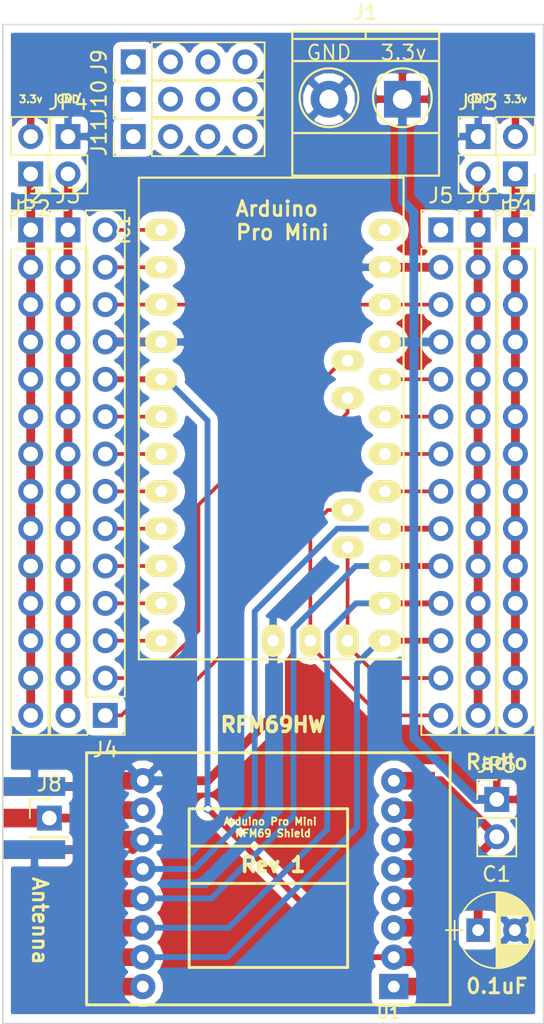
<source format=kicad_pcb>
(kicad_pcb (version 4) (host pcbnew 4.0.6)

  (general
    (links 127)
    (no_connects 0)
    (area 101.765952 48.306666 173.308334 118.933)
    (thickness 1.6)
    (drawings 29)
    (tracks 172)
    (zones 0)
    (modules 20)
    (nets 53)
  )

  (page A4)
  (title_block
    (title "Arduino Pro Mini Shield for RFM69")
    (date 2018-07-05)
    (rev 1)
  )

  (layers
    (0 F.Cu signal)
    (31 B.Cu signal)
    (32 B.Adhes user)
    (33 F.Adhes user)
    (34 B.Paste user)
    (35 F.Paste user)
    (36 B.SilkS user)
    (37 F.SilkS user)
    (38 B.Mask user)
    (39 F.Mask user)
    (40 Dwgs.User user)
    (41 Cmts.User user)
    (42 Eco1.User user)
    (43 Eco2.User user)
    (44 Edge.Cuts user)
    (45 Margin user)
    (46 B.CrtYd user)
    (47 F.CrtYd user)
    (48 B.Fab user)
    (49 F.Fab user)
  )

  (setup
    (last_trace_width 0.25)
    (trace_clearance 0.2)
    (zone_clearance 0.508)
    (zone_45_only no)
    (trace_min 0.2)
    (segment_width 0.2)
    (edge_width 0.1)
    (via_size 0.6)
    (via_drill 0.4)
    (via_min_size 0.4)
    (via_min_drill 0.3)
    (uvia_size 0.3)
    (uvia_drill 0.1)
    (uvias_allowed no)
    (uvia_min_size 0.2)
    (uvia_min_drill 0.1)
    (pcb_text_width 0.3)
    (pcb_text_size 1.5 1.5)
    (mod_edge_width 0.15)
    (mod_text_size 1 1)
    (mod_text_width 0.15)
    (pad_size 1.5 1.5)
    (pad_drill 0.6)
    (pad_to_mask_clearance 0)
    (aux_axis_origin 0 0)
    (visible_elements 7FFCEFFF)
    (pcbplotparams
      (layerselection 0x010fc_80000001)
      (usegerberextensions true)
      (excludeedgelayer true)
      (linewidth 0.100000)
      (plotframeref false)
      (viasonmask false)
      (mode 1)
      (useauxorigin false)
      (hpglpennumber 1)
      (hpglpenspeed 20)
      (hpglpendiameter 15)
      (hpglpenoverlay 2)
      (psnegative false)
      (psa4output false)
      (plotreference false)
      (plotvalue false)
      (plotinvisibletext false)
      (padsonsilk false)
      (subtractmaskfromsilk false)
      (outputformat 1)
      (mirror false)
      (drillshape 0)
      (scaleselection 1)
      (outputdirectory ../gerber/))
  )

  (net 0 "")
  (net 1 GND)
  (net 2 "Net-(AE1-Pad1)")
  (net 3 +3V3)
  (net 4 A7)
  (net 5 A6)
  (net 6 TXD)
  (net 7 RXD)
  (net 8 RST)
  (net 9 D2)
  (net 10 D3)
  (net 11 D4)
  (net 12 D5)
  (net 13 D6)
  (net 14 D7)
  (net 15 D8)
  (net 16 D9)
  (net 17 NSS)
  (net 18 MOSI)
  (net 19 MISO)
  (net 20 SCK)
  (net 21 A0)
  (net 22 A1)
  (net 23 A2)
  (net 24 A3)
  (net 25 A4)
  (net 26 A5)
  (net 27 PWR_L)
  (net 28 GND_L)
  (net 29 GND_R)
  (net 30 PWR_R)
  (net 31 "Net-(U1-Pad1)")
  (net 32 "Net-(U1-Pad3)")
  (net 33 "Net-(U1-Pad4)")
  (net 34 "Net-(U1-Pad5)")
  (net 35 "Net-(U1-Pad6)")
  (net 36 "Net-(U1-Pad7)")
  (net 37 "Net-(U1-Pad16)")
  (net 38 "Net-(IC1-Pad24)")
  (net 39 "Net-(J5-Pad1)")
  (net 40 "Net-(C1-Pad1)")
  (net 41 "Net-(J9-Pad1)")
  (net 42 "Net-(J9-Pad2)")
  (net 43 "Net-(J9-Pad3)")
  (net 44 "Net-(J9-Pad4)")
  (net 45 "Net-(J10-Pad1)")
  (net 46 "Net-(J10-Pad2)")
  (net 47 "Net-(J10-Pad3)")
  (net 48 "Net-(J10-Pad4)")
  (net 49 "Net-(J11-Pad1)")
  (net 50 "Net-(J11-Pad2)")
  (net 51 "Net-(J11-Pad3)")
  (net 52 "Net-(J11-Pad4)")

  (net_class Default "This is the default net class."
    (clearance 0.2)
    (trace_width 0.25)
    (via_dia 0.6)
    (via_drill 0.4)
    (uvia_dia 0.3)
    (uvia_drill 0.1)
    (add_net A0)
    (add_net A1)
    (add_net A2)
    (add_net A3)
    (add_net A4)
    (add_net A5)
    (add_net A6)
    (add_net A7)
    (add_net D3)
    (add_net D4)
    (add_net D5)
    (add_net D6)
    (add_net D7)
    (add_net D8)
    (add_net D9)
    (add_net "Net-(IC1-Pad24)")
    (add_net "Net-(J10-Pad1)")
    (add_net "Net-(J10-Pad2)")
    (add_net "Net-(J10-Pad3)")
    (add_net "Net-(J10-Pad4)")
    (add_net "Net-(J11-Pad1)")
    (add_net "Net-(J11-Pad2)")
    (add_net "Net-(J11-Pad3)")
    (add_net "Net-(J11-Pad4)")
    (add_net "Net-(J5-Pad1)")
    (add_net "Net-(J9-Pad1)")
    (add_net "Net-(J9-Pad2)")
    (add_net "Net-(J9-Pad3)")
    (add_net "Net-(J9-Pad4)")
    (add_net "Net-(U1-Pad1)")
    (add_net "Net-(U1-Pad16)")
    (add_net "Net-(U1-Pad3)")
    (add_net "Net-(U1-Pad4)")
    (add_net "Net-(U1-Pad5)")
    (add_net "Net-(U1-Pad6)")
    (add_net "Net-(U1-Pad7)")
    (add_net RST)
    (add_net RXD)
    (add_net TXD)
  )

  (net_class Big ""
    (clearance 0.2)
    (trace_width 0.6)
    (via_dia 0.6)
    (via_drill 0.4)
    (uvia_dia 0.3)
    (uvia_drill 0.1)
    (add_net +3V3)
    (add_net GND)
    (add_net GND_L)
    (add_net GND_R)
    (add_net "Net-(AE1-Pad1)")
    (add_net "Net-(C1-Pad1)")
    (add_net PWR_L)
    (add_net PWR_R)
  )

  (net_class SPI ""
    (clearance 0.2)
    (trace_width 0.4)
    (via_dia 0.6)
    (via_drill 0.4)
    (uvia_dia 0.3)
    (uvia_drill 0.1)
    (add_net D2)
    (add_net MISO)
    (add_net MOSI)
    (add_net NSS)
    (add_net SCK)
  )

  (net_class Small ""
    (clearance 0.1)
    (trace_width 0.25)
    (via_dia 0.6)
    (via_drill 0.4)
    (uvia_dia 0.3)
    (uvia_drill 0.1)
  )

  (module mysensors_radios:RFM69HW_SMD_ThroughHole_Handsoldering (layer F.Cu) (tedit 55DEED2C) (tstamp 5B3E15D8)
    (at 145.285 116.235 180)
    (descr RFM69HW)
    (tags "RFM69HW, RF69")
    (path /5B3E01AD)
    (fp_text reference U1 (at 0.254 -1.778 180) (layer F.SilkS)
      (effects (font (size 0.8 0.8) (thickness 0.16)))
    )
    (fp_text value RFM69HW (at 7.62 6.095 180) (layer F.Fab) hide
      (effects (font (size 0.8 0.8) (thickness 0.16)))
    )
    (fp_line (start -3.4 15) (end 20.3 15) (layer F.CrtYd) (width 0.15))
    (fp_line (start 20.3 -1) (end 20.3 15) (layer F.CrtYd) (width 0.15))
    (fp_line (start -3.4 -1) (end -3.4 15) (layer F.CrtYd) (width 0.15))
    (fp_line (start -3.4 -1) (end 20.3 -1) (layer F.CrtYd) (width 0.15))
    (fp_line (start 20.3 -1) (end 20.3 15) (layer B.CrtYd) (width 0.15))
    (fp_line (start -3.4 -1) (end -3.4 15) (layer B.CrtYd) (width 0.15))
    (fp_line (start -3.4 15) (end 20.3 15) (layer B.CrtYd) (width 0.15))
    (fp_line (start -3.4 -1) (end 20.3 -1) (layer B.CrtYd) (width 0.15))
    (pad 1 smd rect (at -1.4 0 180) (size 3 1.2) (layers F.Cu F.Paste F.Mask)
      (net 31 "Net-(U1-Pad1)"))
    (pad 2 smd rect (at -1.4 2 180) (size 3 1.2) (layers F.Cu F.Paste F.Mask)
      (net 9 D2))
    (pad 3 smd rect (at -1.4 4 180) (size 3 1.2) (layers F.Cu F.Paste F.Mask)
      (net 32 "Net-(U1-Pad3)"))
    (pad 4 smd rect (at -1.4 6 180) (size 3 1.2) (layers F.Cu F.Paste F.Mask)
      (net 33 "Net-(U1-Pad4)"))
    (pad 5 smd rect (at -1.4 8 180) (size 3 1.2) (layers F.Cu F.Paste F.Mask)
      (net 34 "Net-(U1-Pad5)"))
    (pad 6 smd rect (at -1.4 10 180) (size 3 1.2) (layers F.Cu F.Paste F.Mask)
      (net 35 "Net-(U1-Pad6)"))
    (pad 7 smd rect (at -1.4 12 180) (size 3 1.2) (layers F.Cu F.Paste F.Mask)
      (net 36 "Net-(U1-Pad7)"))
    (pad 8 smd rect (at -1.4 14 180) (size 3 1.2) (layers F.Cu F.Paste F.Mask)
      (net 40 "Net-(C1-Pad1)"))
    (pad 9 smd rect (at 18.3 14 180) (size 3 1.2) (layers F.Cu F.Paste F.Mask)
      (net 1 GND))
    (pad 10 smd rect (at 18.3 12 180) (size 3 1.2) (layers F.Cu F.Paste F.Mask)
      (net 2 "Net-(AE1-Pad1)"))
    (pad 11 smd rect (at 18.3 10 180) (size 3 1.2) (layers F.Cu F.Paste F.Mask)
      (net 1 GND))
    (pad 12 smd rect (at 18.3 8 180) (size 3 1.2) (layers F.Cu F.Paste F.Mask)
      (net 20 SCK))
    (pad 13 smd rect (at 18.3 6 180) (size 3 1.2) (layers F.Cu F.Paste F.Mask)
      (net 19 MISO))
    (pad 14 smd rect (at 18.3 4 180) (size 3 1.2) (layers F.Cu F.Paste F.Mask)
      (net 18 MOSI))
    (pad 15 smd rect (at 18.3 2 180) (size 3 1.2) (layers F.Cu F.Paste F.Mask)
      (net 17 NSS))
    (pad 16 smd rect (at 18.3 0 180) (size 3 1.2) (layers F.Cu F.Paste F.Mask)
      (net 37 "Net-(U1-Pad16)"))
    (pad 1 thru_hole rect (at -0.1 0 180) (size 2 1.7272) (drill 0.8) (layers *.Cu *.Mask)
      (net 31 "Net-(U1-Pad1)"))
    (pad 2 thru_hole circle (at -0.1 2 180) (size 1.7272 1.7272) (drill 0.8) (layers *.Cu *.Mask)
      (net 9 D2))
    (pad 3 thru_hole circle (at -0.1 4 180) (size 1.7272 1.7272) (drill 0.8) (layers *.Cu *.Mask)
      (net 32 "Net-(U1-Pad3)"))
    (pad 4 thru_hole circle (at -0.1 6 180) (size 1.7272 1.7272) (drill 0.8) (layers *.Cu *.Mask)
      (net 33 "Net-(U1-Pad4)"))
    (pad 5 thru_hole circle (at -0.1 8 180) (size 1.7272 1.7272) (drill 0.8) (layers *.Cu *.Mask)
      (net 34 "Net-(U1-Pad5)"))
    (pad 6 thru_hole circle (at -0.1 10 180) (size 1.7272 1.7272) (drill 0.8) (layers *.Cu *.Mask)
      (net 35 "Net-(U1-Pad6)"))
    (pad 7 thru_hole circle (at -0.1 12 180) (size 1.7272 1.7272) (drill 0.8) (layers *.Cu *.Mask)
      (net 36 "Net-(U1-Pad7)"))
    (pad 8 thru_hole circle (at -0.1 14 180) (size 1.7272 1.7272) (drill 0.8) (layers *.Cu *.Mask)
      (net 40 "Net-(C1-Pad1)"))
    (pad 9 thru_hole circle (at 17 14 180) (size 1.7272 1.7272) (drill 0.8) (layers *.Cu *.Mask)
      (net 1 GND))
    (pad 10 thru_hole circle (at 17 12 180) (size 1.7272 1.7272) (drill 0.8) (layers *.Cu *.Mask)
      (net 2 "Net-(AE1-Pad1)"))
    (pad 11 thru_hole circle (at 17 10 180) (size 1.7272 1.7272) (drill 0.8) (layers *.Cu *.Mask)
      (net 1 GND))
    (pad 12 thru_hole circle (at 17 8 180) (size 1.7272 1.7272) (drill 0.8) (layers *.Cu *.Mask)
      (net 20 SCK))
    (pad 13 thru_hole circle (at 17 6 180) (size 1.7272 1.7272) (drill 0.8) (layers *.Cu *.Mask)
      (net 19 MISO))
    (pad 14 thru_hole circle (at 17 4 180) (size 1.7272 1.7272) (drill 0.8) (layers *.Cu *.Mask)
      (net 18 MOSI))
    (pad 15 thru_hole circle (at 17 2 180) (size 1.7272 1.7272) (drill 0.8) (layers *.Cu *.Mask)
      (net 17 NSS))
    (pad 16 thru_hole circle (at 17 0 180) (size 1.7272 1.7272) (drill 0.8) (layers *.Cu *.Mask)
      (net 37 "Net-(U1-Pad16)"))
    (model ${MYSLOCAL}/mysensors.3dshapes/mysensors_radios.3dshapes/rfm69hw.wrl
      (at (xyz 0.333 -0.275 0.345))
      (scale (xyz 0.395 0.395 0.395))
      (rotate (xyz 0 0 180))
    )
    (model Crystals.3dshapes/Crystal_SMD_SeikoEpson_TSX3225-4pin_3.2x2.5mm.wrl
      (at (xyz 0.332 -0.08 0.375))
      (scale (xyz 0.24 0.24 0.24))
      (rotate (xyz 0 0 90))
    )
    (model ${MYSLOCAL}/mysensors.3dshapes/w.lain.3dshapes/pin_strip/pin_strip_2mm_8.wrl
      (at (xyz -0.004 -0.276 0.31))
      (scale (xyz 1 1 1))
      (rotate (xyz 0 180 90))
    )
    (model ${MYSLOCAL}/mysensors.3dshapes/w.lain.3dshapes/pin_strip/pin_strip_2mm_8.wrl
      (at (xyz 0.669 -0.276 0.31))
      (scale (xyz 1 1 1))
      (rotate (xyz 0 180 90))
    )
    (model ${MYSLOCAL}/mysensors.3dshapes/w.lain.3dshapes/pin_strip/pin_socket_2mm_8.wrl
      (at (xyz -0.004 -0.276 0))
      (scale (xyz 1 1 1))
      (rotate (xyz 0 0 90))
    )
    (model ${MYSLOCAL}/mysensors.3dshapes/w.lain.3dshapes/pin_strip/pin_socket_2mm_8.wrl
      (at (xyz 0.669 -0.276 0))
      (scale (xyz 1 1 1))
      (rotate (xyz 0 0 90))
    )
    (model Housings_DFN_QFN.3dshapes/QFN-28-1EP_5x5mm_Pitch0.5mm.wrl
      (at (xyz 0.205 -0.445 0.375))
      (scale (xyz 1 1 1))
      (rotate (xyz 0 0 0))
    )
  )

  (module Pin_Headers:Pin_Header_Straight_1x14_Pitch2.54mm (layer F.Cu) (tedit 5B3E28AF) (tstamp 5B3E1554)
    (at 123.19 64.77)
    (descr "Through hole straight pin header, 1x14, 2.54mm pitch, single row")
    (tags "Through hole pin header THT 1x14 2.54mm single row")
    (path /5B3E0645)
    (fp_text reference J3 (at 0 -2.33) (layer F.SilkS)
      (effects (font (size 1 1) (thickness 0.15)))
    )
    (fp_text value CONN_01X14 (at -13.335 8.255) (layer F.Fab) hide
      (effects (font (size 1 1) (thickness 0.15)))
    )
    (fp_line (start -0.635 -1.27) (end 1.27 -1.27) (layer F.Fab) (width 0.1))
    (fp_line (start 1.27 -1.27) (end 1.27 34.29) (layer F.Fab) (width 0.1))
    (fp_line (start 1.27 34.29) (end -1.27 34.29) (layer F.Fab) (width 0.1))
    (fp_line (start -1.27 34.29) (end -1.27 -0.635) (layer F.Fab) (width 0.1))
    (fp_line (start -1.27 -0.635) (end -0.635 -1.27) (layer F.Fab) (width 0.1))
    (fp_line (start -1.33 34.35) (end 1.33 34.35) (layer F.SilkS) (width 0.12))
    (fp_line (start -1.33 1.27) (end -1.33 34.35) (layer F.SilkS) (width 0.12))
    (fp_line (start 1.33 1.27) (end 1.33 34.35) (layer F.SilkS) (width 0.12))
    (fp_line (start -1.33 1.27) (end 1.33 1.27) (layer F.SilkS) (width 0.12))
    (fp_line (start -1.33 0) (end -1.33 -1.33) (layer F.SilkS) (width 0.12))
    (fp_line (start -1.33 -1.33) (end 0 -1.33) (layer F.SilkS) (width 0.12))
    (fp_line (start -1.8 -1.8) (end -1.8 34.8) (layer F.CrtYd) (width 0.05))
    (fp_line (start -1.8 34.8) (end 1.8 34.8) (layer F.CrtYd) (width 0.05))
    (fp_line (start 1.8 34.8) (end 1.8 -1.8) (layer F.CrtYd) (width 0.05))
    (fp_line (start 1.8 -1.8) (end -1.8 -1.8) (layer F.CrtYd) (width 0.05))
    (fp_text user %R (at 0 16.51 90) (layer F.Fab)
      (effects (font (size 1 1) (thickness 0.15)))
    )
    (pad 1 thru_hole rect (at 0 0) (size 1.7 1.7) (drill 1) (layers *.Cu *.Mask)
      (net 28 GND_L))
    (pad 2 thru_hole oval (at 0 2.54) (size 1.7 1.7) (drill 1) (layers *.Cu *.Mask)
      (net 28 GND_L))
    (pad 3 thru_hole oval (at 0 5.08) (size 1.7 1.7) (drill 1) (layers *.Cu *.Mask)
      (net 28 GND_L))
    (pad 4 thru_hole oval (at 0 7.62) (size 1.7 1.7) (drill 1) (layers *.Cu *.Mask)
      (net 28 GND_L))
    (pad 5 thru_hole oval (at 0 10.16) (size 1.7 1.7) (drill 1) (layers *.Cu *.Mask)
      (net 28 GND_L))
    (pad 6 thru_hole oval (at 0 12.7) (size 1.7 1.7) (drill 1) (layers *.Cu *.Mask)
      (net 28 GND_L))
    (pad 7 thru_hole oval (at 0 15.24) (size 1.7 1.7) (drill 1) (layers *.Cu *.Mask)
      (net 28 GND_L))
    (pad 8 thru_hole oval (at 0 17.78) (size 1.7 1.7) (drill 1) (layers *.Cu *.Mask)
      (net 28 GND_L))
    (pad 9 thru_hole oval (at 0 20.32) (size 1.7 1.7) (drill 1) (layers *.Cu *.Mask)
      (net 28 GND_L))
    (pad 10 thru_hole oval (at 0 22.86) (size 1.7 1.7) (drill 1) (layers *.Cu *.Mask)
      (net 28 GND_L))
    (pad 11 thru_hole oval (at 0 25.4) (size 1.7 1.7) (drill 1) (layers *.Cu *.Mask)
      (net 28 GND_L))
    (pad 12 thru_hole oval (at 0 27.94) (size 1.7 1.7) (drill 1) (layers *.Cu *.Mask)
      (net 28 GND_L))
    (pad 13 thru_hole oval (at 0 30.48) (size 1.7 1.7) (drill 1) (layers *.Cu *.Mask)
      (net 28 GND_L))
    (pad 14 thru_hole oval (at 0 33.02) (size 1.7 1.7) (drill 1) (layers *.Cu *.Mask)
      (net 28 GND_L))
    (model ${KISYS3DMOD}/Pin_Headers.3dshapes/Pin_Header_Straight_1x14_Pitch2.54mm.wrl
      (at (xyz 0 0 0))
      (scale (xyz 1 1 1))
      (rotate (xyz 0 0 0))
    )
  )

  (module kicad-footprints:SMA_EDGE (layer F.Cu) (tedit 5B3E28E1) (tstamp 5B3E1501)
    (at 118.8085 104.775 270)
    (path /5B3E3D32)
    (fp_text reference AE1 (at 0 -6.35 270) (layer F.SilkS) hide
      (effects (font (size 1.5 1.5) (thickness 0.15)))
    )
    (fp_text value Antenna_Shield (at 0 3.8735 270) (layer F.SilkS) hide
      (effects (font (size 1.5 1.5) (thickness 0.15)))
    )
    (pad 2 smd rect (at -2.1463 -2.0955 270) (size 1.27 4.191) (layers F.Cu F.Paste F.Mask)
      (net 1 GND))
    (pad 2 smd rect (at 2.1463 -2.0955 270) (size 1.27 4.191) (layers F.Cu F.Paste F.Mask)
      (net 1 GND))
    (pad 1 smd rect (at 0 -1.8415 270) (size 1.27 3.683) (layers F.Cu F.Paste F.Mask)
      (net 2 "Net-(AE1-Pad1)"))
    (pad 2 smd rect (at -2.1463 -2.0955 270) (size 1.27 4.191) (layers B.Cu F.Paste F.Mask)
      (net 1 GND))
    (pad 2 smd rect (at 2.1463 -2.0955 270) (size 1.27 4.191) (layers B.Cu F.Paste F.Mask)
      (net 1 GND))
  )

  (module Capacitors_THT:CP_Radial_D5.0mm_P2.50mm (layer F.Cu) (tedit 597BC7C2) (tstamp 5B3E1507)
    (at 151.13 112.395)
    (descr "CP, Radial series, Radial, pin pitch=2.50mm, , diameter=5mm, Electrolytic Capacitor")
    (tags "CP Radial series Radial pin pitch 2.50mm  diameter 5mm Electrolytic Capacitor")
    (path /5B3E4174)
    (fp_text reference C1 (at 1.25 -3.81) (layer F.SilkS)
      (effects (font (size 1 1) (thickness 0.15)))
    )
    (fp_text value 0.1uF (at 1.25 3.81) (layer F.Fab)
      (effects (font (size 1 1) (thickness 0.15)))
    )
    (fp_arc (start 1.25 0) (end -1.05558 -1.18) (angle 125.8) (layer F.SilkS) (width 0.12))
    (fp_arc (start 1.25 0) (end -1.05558 1.18) (angle -125.8) (layer F.SilkS) (width 0.12))
    (fp_arc (start 1.25 0) (end 3.55558 -1.18) (angle 54.2) (layer F.SilkS) (width 0.12))
    (fp_circle (center 1.25 0) (end 3.75 0) (layer F.Fab) (width 0.1))
    (fp_line (start -2.2 0) (end -1 0) (layer F.Fab) (width 0.1))
    (fp_line (start -1.6 -0.65) (end -1.6 0.65) (layer F.Fab) (width 0.1))
    (fp_line (start 1.25 -2.55) (end 1.25 2.55) (layer F.SilkS) (width 0.12))
    (fp_line (start 1.29 -2.55) (end 1.29 2.55) (layer F.SilkS) (width 0.12))
    (fp_line (start 1.33 -2.549) (end 1.33 2.549) (layer F.SilkS) (width 0.12))
    (fp_line (start 1.37 -2.548) (end 1.37 2.548) (layer F.SilkS) (width 0.12))
    (fp_line (start 1.41 -2.546) (end 1.41 2.546) (layer F.SilkS) (width 0.12))
    (fp_line (start 1.45 -2.543) (end 1.45 2.543) (layer F.SilkS) (width 0.12))
    (fp_line (start 1.49 -2.539) (end 1.49 2.539) (layer F.SilkS) (width 0.12))
    (fp_line (start 1.53 -2.535) (end 1.53 -0.98) (layer F.SilkS) (width 0.12))
    (fp_line (start 1.53 0.98) (end 1.53 2.535) (layer F.SilkS) (width 0.12))
    (fp_line (start 1.57 -2.531) (end 1.57 -0.98) (layer F.SilkS) (width 0.12))
    (fp_line (start 1.57 0.98) (end 1.57 2.531) (layer F.SilkS) (width 0.12))
    (fp_line (start 1.61 -2.525) (end 1.61 -0.98) (layer F.SilkS) (width 0.12))
    (fp_line (start 1.61 0.98) (end 1.61 2.525) (layer F.SilkS) (width 0.12))
    (fp_line (start 1.65 -2.519) (end 1.65 -0.98) (layer F.SilkS) (width 0.12))
    (fp_line (start 1.65 0.98) (end 1.65 2.519) (layer F.SilkS) (width 0.12))
    (fp_line (start 1.69 -2.513) (end 1.69 -0.98) (layer F.SilkS) (width 0.12))
    (fp_line (start 1.69 0.98) (end 1.69 2.513) (layer F.SilkS) (width 0.12))
    (fp_line (start 1.73 -2.506) (end 1.73 -0.98) (layer F.SilkS) (width 0.12))
    (fp_line (start 1.73 0.98) (end 1.73 2.506) (layer F.SilkS) (width 0.12))
    (fp_line (start 1.77 -2.498) (end 1.77 -0.98) (layer F.SilkS) (width 0.12))
    (fp_line (start 1.77 0.98) (end 1.77 2.498) (layer F.SilkS) (width 0.12))
    (fp_line (start 1.81 -2.489) (end 1.81 -0.98) (layer F.SilkS) (width 0.12))
    (fp_line (start 1.81 0.98) (end 1.81 2.489) (layer F.SilkS) (width 0.12))
    (fp_line (start 1.85 -2.48) (end 1.85 -0.98) (layer F.SilkS) (width 0.12))
    (fp_line (start 1.85 0.98) (end 1.85 2.48) (layer F.SilkS) (width 0.12))
    (fp_line (start 1.89 -2.47) (end 1.89 -0.98) (layer F.SilkS) (width 0.12))
    (fp_line (start 1.89 0.98) (end 1.89 2.47) (layer F.SilkS) (width 0.12))
    (fp_line (start 1.93 -2.46) (end 1.93 -0.98) (layer F.SilkS) (width 0.12))
    (fp_line (start 1.93 0.98) (end 1.93 2.46) (layer F.SilkS) (width 0.12))
    (fp_line (start 1.971 -2.448) (end 1.971 -0.98) (layer F.SilkS) (width 0.12))
    (fp_line (start 1.971 0.98) (end 1.971 2.448) (layer F.SilkS) (width 0.12))
    (fp_line (start 2.011 -2.436) (end 2.011 -0.98) (layer F.SilkS) (width 0.12))
    (fp_line (start 2.011 0.98) (end 2.011 2.436) (layer F.SilkS) (width 0.12))
    (fp_line (start 2.051 -2.424) (end 2.051 -0.98) (layer F.SilkS) (width 0.12))
    (fp_line (start 2.051 0.98) (end 2.051 2.424) (layer F.SilkS) (width 0.12))
    (fp_line (start 2.091 -2.41) (end 2.091 -0.98) (layer F.SilkS) (width 0.12))
    (fp_line (start 2.091 0.98) (end 2.091 2.41) (layer F.SilkS) (width 0.12))
    (fp_line (start 2.131 -2.396) (end 2.131 -0.98) (layer F.SilkS) (width 0.12))
    (fp_line (start 2.131 0.98) (end 2.131 2.396) (layer F.SilkS) (width 0.12))
    (fp_line (start 2.171 -2.382) (end 2.171 -0.98) (layer F.SilkS) (width 0.12))
    (fp_line (start 2.171 0.98) (end 2.171 2.382) (layer F.SilkS) (width 0.12))
    (fp_line (start 2.211 -2.366) (end 2.211 -0.98) (layer F.SilkS) (width 0.12))
    (fp_line (start 2.211 0.98) (end 2.211 2.366) (layer F.SilkS) (width 0.12))
    (fp_line (start 2.251 -2.35) (end 2.251 -0.98) (layer F.SilkS) (width 0.12))
    (fp_line (start 2.251 0.98) (end 2.251 2.35) (layer F.SilkS) (width 0.12))
    (fp_line (start 2.291 -2.333) (end 2.291 -0.98) (layer F.SilkS) (width 0.12))
    (fp_line (start 2.291 0.98) (end 2.291 2.333) (layer F.SilkS) (width 0.12))
    (fp_line (start 2.331 -2.315) (end 2.331 -0.98) (layer F.SilkS) (width 0.12))
    (fp_line (start 2.331 0.98) (end 2.331 2.315) (layer F.SilkS) (width 0.12))
    (fp_line (start 2.371 -2.296) (end 2.371 -0.98) (layer F.SilkS) (width 0.12))
    (fp_line (start 2.371 0.98) (end 2.371 2.296) (layer F.SilkS) (width 0.12))
    (fp_line (start 2.411 -2.276) (end 2.411 -0.98) (layer F.SilkS) (width 0.12))
    (fp_line (start 2.411 0.98) (end 2.411 2.276) (layer F.SilkS) (width 0.12))
    (fp_line (start 2.451 -2.256) (end 2.451 -0.98) (layer F.SilkS) (width 0.12))
    (fp_line (start 2.451 0.98) (end 2.451 2.256) (layer F.SilkS) (width 0.12))
    (fp_line (start 2.491 -2.234) (end 2.491 -0.98) (layer F.SilkS) (width 0.12))
    (fp_line (start 2.491 0.98) (end 2.491 2.234) (layer F.SilkS) (width 0.12))
    (fp_line (start 2.531 -2.212) (end 2.531 -0.98) (layer F.SilkS) (width 0.12))
    (fp_line (start 2.531 0.98) (end 2.531 2.212) (layer F.SilkS) (width 0.12))
    (fp_line (start 2.571 -2.189) (end 2.571 -0.98) (layer F.SilkS) (width 0.12))
    (fp_line (start 2.571 0.98) (end 2.571 2.189) (layer F.SilkS) (width 0.12))
    (fp_line (start 2.611 -2.165) (end 2.611 -0.98) (layer F.SilkS) (width 0.12))
    (fp_line (start 2.611 0.98) (end 2.611 2.165) (layer F.SilkS) (width 0.12))
    (fp_line (start 2.651 -2.14) (end 2.651 -0.98) (layer F.SilkS) (width 0.12))
    (fp_line (start 2.651 0.98) (end 2.651 2.14) (layer F.SilkS) (width 0.12))
    (fp_line (start 2.691 -2.113) (end 2.691 -0.98) (layer F.SilkS) (width 0.12))
    (fp_line (start 2.691 0.98) (end 2.691 2.113) (layer F.SilkS) (width 0.12))
    (fp_line (start 2.731 -2.086) (end 2.731 -0.98) (layer F.SilkS) (width 0.12))
    (fp_line (start 2.731 0.98) (end 2.731 2.086) (layer F.SilkS) (width 0.12))
    (fp_line (start 2.771 -2.058) (end 2.771 -0.98) (layer F.SilkS) (width 0.12))
    (fp_line (start 2.771 0.98) (end 2.771 2.058) (layer F.SilkS) (width 0.12))
    (fp_line (start 2.811 -2.028) (end 2.811 -0.98) (layer F.SilkS) (width 0.12))
    (fp_line (start 2.811 0.98) (end 2.811 2.028) (layer F.SilkS) (width 0.12))
    (fp_line (start 2.851 -1.997) (end 2.851 -0.98) (layer F.SilkS) (width 0.12))
    (fp_line (start 2.851 0.98) (end 2.851 1.997) (layer F.SilkS) (width 0.12))
    (fp_line (start 2.891 -1.965) (end 2.891 -0.98) (layer F.SilkS) (width 0.12))
    (fp_line (start 2.891 0.98) (end 2.891 1.965) (layer F.SilkS) (width 0.12))
    (fp_line (start 2.931 -1.932) (end 2.931 -0.98) (layer F.SilkS) (width 0.12))
    (fp_line (start 2.931 0.98) (end 2.931 1.932) (layer F.SilkS) (width 0.12))
    (fp_line (start 2.971 -1.897) (end 2.971 -0.98) (layer F.SilkS) (width 0.12))
    (fp_line (start 2.971 0.98) (end 2.971 1.897) (layer F.SilkS) (width 0.12))
    (fp_line (start 3.011 -1.861) (end 3.011 -0.98) (layer F.SilkS) (width 0.12))
    (fp_line (start 3.011 0.98) (end 3.011 1.861) (layer F.SilkS) (width 0.12))
    (fp_line (start 3.051 -1.823) (end 3.051 -0.98) (layer F.SilkS) (width 0.12))
    (fp_line (start 3.051 0.98) (end 3.051 1.823) (layer F.SilkS) (width 0.12))
    (fp_line (start 3.091 -1.783) (end 3.091 -0.98) (layer F.SilkS) (width 0.12))
    (fp_line (start 3.091 0.98) (end 3.091 1.783) (layer F.SilkS) (width 0.12))
    (fp_line (start 3.131 -1.742) (end 3.131 -0.98) (layer F.SilkS) (width 0.12))
    (fp_line (start 3.131 0.98) (end 3.131 1.742) (layer F.SilkS) (width 0.12))
    (fp_line (start 3.171 -1.699) (end 3.171 -0.98) (layer F.SilkS) (width 0.12))
    (fp_line (start 3.171 0.98) (end 3.171 1.699) (layer F.SilkS) (width 0.12))
    (fp_line (start 3.211 -1.654) (end 3.211 -0.98) (layer F.SilkS) (width 0.12))
    (fp_line (start 3.211 0.98) (end 3.211 1.654) (layer F.SilkS) (width 0.12))
    (fp_line (start 3.251 -1.606) (end 3.251 -0.98) (layer F.SilkS) (width 0.12))
    (fp_line (start 3.251 0.98) (end 3.251 1.606) (layer F.SilkS) (width 0.12))
    (fp_line (start 3.291 -1.556) (end 3.291 -0.98) (layer F.SilkS) (width 0.12))
    (fp_line (start 3.291 0.98) (end 3.291 1.556) (layer F.SilkS) (width 0.12))
    (fp_line (start 3.331 -1.504) (end 3.331 -0.98) (layer F.SilkS) (width 0.12))
    (fp_line (start 3.331 0.98) (end 3.331 1.504) (layer F.SilkS) (width 0.12))
    (fp_line (start 3.371 -1.448) (end 3.371 -0.98) (layer F.SilkS) (width 0.12))
    (fp_line (start 3.371 0.98) (end 3.371 1.448) (layer F.SilkS) (width 0.12))
    (fp_line (start 3.411 -1.39) (end 3.411 -0.98) (layer F.SilkS) (width 0.12))
    (fp_line (start 3.411 0.98) (end 3.411 1.39) (layer F.SilkS) (width 0.12))
    (fp_line (start 3.451 -1.327) (end 3.451 -0.98) (layer F.SilkS) (width 0.12))
    (fp_line (start 3.451 0.98) (end 3.451 1.327) (layer F.SilkS) (width 0.12))
    (fp_line (start 3.491 -1.261) (end 3.491 1.261) (layer F.SilkS) (width 0.12))
    (fp_line (start 3.531 -1.189) (end 3.531 1.189) (layer F.SilkS) (width 0.12))
    (fp_line (start 3.571 -1.112) (end 3.571 1.112) (layer F.SilkS) (width 0.12))
    (fp_line (start 3.611 -1.028) (end 3.611 1.028) (layer F.SilkS) (width 0.12))
    (fp_line (start 3.651 -0.934) (end 3.651 0.934) (layer F.SilkS) (width 0.12))
    (fp_line (start 3.691 -0.829) (end 3.691 0.829) (layer F.SilkS) (width 0.12))
    (fp_line (start 3.731 -0.707) (end 3.731 0.707) (layer F.SilkS) (width 0.12))
    (fp_line (start 3.771 -0.559) (end 3.771 0.559) (layer F.SilkS) (width 0.12))
    (fp_line (start 3.811 -0.354) (end 3.811 0.354) (layer F.SilkS) (width 0.12))
    (fp_line (start -2.2 0) (end -1 0) (layer F.SilkS) (width 0.12))
    (fp_line (start -1.6 -0.65) (end -1.6 0.65) (layer F.SilkS) (width 0.12))
    (fp_line (start -1.6 -2.85) (end -1.6 2.85) (layer F.CrtYd) (width 0.05))
    (fp_line (start -1.6 2.85) (end 4.1 2.85) (layer F.CrtYd) (width 0.05))
    (fp_line (start 4.1 2.85) (end 4.1 -2.85) (layer F.CrtYd) (width 0.05))
    (fp_line (start 4.1 -2.85) (end -1.6 -2.85) (layer F.CrtYd) (width 0.05))
    (fp_text user %R (at 1.25 0) (layer F.Fab)
      (effects (font (size 1 1) (thickness 0.15)))
    )
    (pad 1 thru_hole rect (at 0 0) (size 1.6 1.6) (drill 0.8) (layers *.Cu *.Mask)
      (net 40 "Net-(C1-Pad1)"))
    (pad 2 thru_hole circle (at 2.5 0) (size 1.6 1.6) (drill 0.8) (layers *.Cu *.Mask)
      (net 1 GND))
    (model ${KISYS3DMOD}/Capacitors_THT.3dshapes/CP_Radial_D5.0mm_P2.50mm.wrl
      (at (xyz 0 0 0))
      (scale (xyz 1 1 1))
      (rotate (xyz 0 0 0))
    )
  )

  (module mysensors_arduino:pro_mini (layer F.Cu) (tedit 55A3E6CB) (tstamp 5B3E152A)
    (at 137.16 78.74 270)
    (descr "IC, ARDUINO_PRO_MINI x 0,6\"")
    (tags "DIL ARDUINO PRO MINI")
    (path /5B3E016E)
    (fp_text reference IC1 (at -13.97 10.16 270) (layer F.SilkS)
      (effects (font (size 0.8 0.8) (thickness 0.16)))
    )
    (fp_text value ArduinoProMini (at 0 0 270) (layer F.Fab) hide
      (effects (font (size 0.8 0.8) (thickness 0.16)))
    )
    (fp_line (start 15.24 9.144) (end 15.24 -8.89) (layer F.SilkS) (width 0.15))
    (fp_line (start -17.526 -8.89) (end -17.526 9.144) (layer F.SilkS) (width 0.15))
    (fp_line (start 15.24 9.144) (end -17.526 9.144) (layer F.SilkS) (width 0.15))
    (fp_line (start -17.526 -8.89) (end 15.24 -8.89) (layer F.SilkS) (width 0.15))
    (pad 28 thru_hole oval (at 5.08 -5.08 270) (size 1.50114 2.19964) (drill 0.8001) (layers *.Cu *.Mask F.SilkS)
      (net 4 A7))
    (pad 27 thru_hole oval (at 7.62 -5.08 270) (size 1.50114 2.19964) (drill 0.8001) (layers *.Cu *.Mask F.SilkS)
      (net 5 A6))
    (pad 1 thru_hole oval (at -13.97 7.62 270) (size 1.50114 2.19964) (drill 0.8001) (layers *.Cu *.Mask F.SilkS)
      (net 6 TXD))
    (pad 2 thru_hole oval (at -11.43 7.62 270) (size 1.50114 2.19964) (drill 0.8001) (layers *.Cu *.Mask F.SilkS)
      (net 7 RXD))
    (pad 3 thru_hole oval (at -8.89 7.62 270) (size 1.50114 2.19964) (drill 0.8001) (layers *.Cu *.Mask F.SilkS)
      (net 8 RST))
    (pad 4 thru_hole oval (at -6.35 7.62 270) (size 1.50114 2.19964) (drill 0.8001) (layers *.Cu *.Mask F.SilkS)
      (net 1 GND))
    (pad 5 thru_hole oval (at -3.81 7.62 270) (size 1.50114 2.19964) (drill 0.8001) (layers *.Cu *.Mask F.SilkS)
      (net 9 D2))
    (pad 6 thru_hole oval (at -1.27 7.62 270) (size 1.50114 2.19964) (drill 0.8001) (layers *.Cu *.Mask F.SilkS)
      (net 10 D3))
    (pad 7 thru_hole oval (at 1.27 7.62 270) (size 1.50114 2.19964) (drill 0.8001) (layers *.Cu *.Mask F.SilkS)
      (net 11 D4))
    (pad 8 thru_hole oval (at 3.81 7.62 270) (size 1.50114 2.19964) (drill 0.8001) (layers *.Cu *.Mask F.SilkS)
      (net 12 D5))
    (pad 9 thru_hole oval (at 6.35 7.62 270) (size 1.50114 2.19964) (drill 0.8001) (layers *.Cu *.Mask F.SilkS)
      (net 13 D6))
    (pad 10 thru_hole oval (at 8.89 7.62 270) (size 1.50114 2.19964) (drill 0.8001) (layers *.Cu *.Mask F.SilkS)
      (net 14 D7))
    (pad 11 thru_hole oval (at 11.43 7.62 270) (size 1.50114 2.19964) (drill 0.8001) (layers *.Cu *.Mask F.SilkS)
      (net 15 D8))
    (pad 12 thru_hole oval (at 13.97 7.62 270) (size 1.50114 2.19964) (drill 0.8001) (layers *.Cu *.Mask F.SilkS)
      (net 16 D9))
    (pad 13 thru_hole oval (at 13.97 -7.62 270) (size 1.50114 2.19964) (drill 0.8001) (layers *.Cu *.Mask F.SilkS)
      (net 17 NSS))
    (pad 14 thru_hole oval (at 11.43 -7.62 270) (size 1.50114 2.19964) (drill 0.8001) (layers *.Cu *.Mask F.SilkS)
      (net 18 MOSI))
    (pad 15 thru_hole oval (at 8.89 -7.62 270) (size 1.50114 2.19964) (drill 0.8001) (layers *.Cu *.Mask F.SilkS)
      (net 19 MISO))
    (pad 16 thru_hole oval (at 6.35 -7.62 270) (size 1.50114 2.19964) (drill 0.8001) (layers *.Cu *.Mask F.SilkS)
      (net 20 SCK))
    (pad 17 thru_hole oval (at 3.81 -7.62 270) (size 1.50114 2.19964) (drill 0.8001) (layers *.Cu *.Mask F.SilkS)
      (net 21 A0))
    (pad 18 thru_hole oval (at 1.27 -7.62 270) (size 1.50114 2.19964) (drill 0.8001) (layers *.Cu *.Mask F.SilkS)
      (net 22 A1))
    (pad 19 thru_hole oval (at -1.27 -7.62 270) (size 1.50114 2.19964) (drill 0.8001) (layers *.Cu *.Mask F.SilkS)
      (net 23 A2))
    (pad 20 thru_hole oval (at -3.81 -7.62 270) (size 1.50114 2.19964) (drill 0.8001) (layers *.Cu *.Mask F.SilkS)
      (net 24 A3))
    (pad 21 thru_hole oval (at -6.35 -7.62 270) (size 1.50114 2.19964) (drill 0.8001) (layers *.Cu *.Mask F.SilkS)
      (net 3 +3V3))
    (pad 22 thru_hole oval (at -8.89 -7.62 270) (size 1.50114 2.19964) (drill 0.8001) (layers *.Cu *.Mask F.SilkS)
      (net 8 RST))
    (pad 23 thru_hole oval (at -11.43 -7.62 270) (size 1.50114 2.19964) (drill 0.8001) (layers *.Cu *.Mask F.SilkS)
      (net 1 GND))
    (pad 24 thru_hole oval (at -13.97 -7.62 270) (size 1.50114 2.19964) (drill 0.8001) (layers *.Cu *.Mask F.SilkS)
      (net 38 "Net-(IC1-Pad24)"))
    (pad 25 thru_hole oval (at -2.54 -5.08 270) (size 1.50114 2.19964) (drill 0.8001) (layers *.Cu *.Mask F.SilkS)
      (net 25 A4))
    (pad 26 thru_hole oval (at -5.08 -5.08 270) (size 1.50114 2.19964) (drill 0.8001) (layers *.Cu *.Mask F.SilkS)
      (net 26 A5))
    (pad 27 thru_hole oval (at 13.97 -5.08 270) (size 2.19964 1.50114) (drill 0.8001) (layers *.Cu *.Mask F.SilkS)
      (net 5 A6))
    (pad 28 thru_hole oval (at 13.97 -2.54 270) (size 2.19964 1.50114) (drill 0.8001) (layers *.Cu *.Mask F.SilkS)
      (net 4 A7))
    (pad 29 thru_hole oval (at 13.97 0 270) (size 2.19964 1.50114) (drill 0.8001) (layers *.Cu *.Mask F.SilkS)
      (net 1 GND))
    (model Socket_Strips.3dshapes/Socket_Strip_Straight_1x02_Pitch2.54mm.wrl
      (at (xyz -0.15 0.2 0))
      (scale (xyz 1 1 1))
      (rotate (xyz 0 0 0))
    )
    (model Socket_Strips.3dshapes/Socket_Strip_Straight_1x03_Pitch2.54mm.wrl
      (at (xyz 0.55 0.1 0))
      (scale (xyz 1 1 1))
      (rotate (xyz 0 0 90))
    )
    (model Socket_Strips.3dshapes/Socket_Strip_Straight_1x12_Pitch2.54mm.wrl
      (at (xyz 0 0.3 0))
      (scale (xyz 1 1 1))
      (rotate (xyz 0 0 0))
    )
    (model Socket_Strips.3dshapes/Socket_Strip_Straight_1x12_Pitch2.54mm.wrl
      (at (xyz 0 -0.3 0))
      (scale (xyz 1 1 1))
      (rotate (xyz 0 0 0))
    )
    (model Socket_Strips.3dshapes/Socket_Strip_Straight_1x02_Pitch2.54mm.wrl
      (at (xyz 0.25 0.2 0))
      (scale (xyz 1 1 1))
      (rotate (xyz 0 0 0))
    )
    (model ${MYSLOCAL}/mysensors.3dshapes/mysensors_arduino.3dshapes/arduino_pro_mini.wrl
      (at (xyz -0.05 0 0.48))
      (scale (xyz 0.395 0.395 0.395))
      (rotate (xyz 0 0 180))
    )
    (model SMD_Packages.3dshapes/TQFP-32.wrl
      (at (xyz 0.05 0 0.5125))
      (scale (xyz 1 1 1))
      (rotate (xyz 0 0 315))
    )
    (model Pin_Headers.3dshapes/Pin_Header_Straight_1x12_Pitch2.54mm.wrl
      (at (xyz 0.55 -0.3 0.445))
      (scale (xyz 1 1 1))
      (rotate (xyz 0 180 90))
    )
    (model Pin_Headers.3dshapes/Pin_Header_Straight_1x12_Pitch2.54mm.wrl
      (at (xyz 0.55 0.3 0.445))
      (scale (xyz 1 1 1))
      (rotate (xyz 0 180 90))
    )
    (model Pin_Headers.3dshapes/Pin_Header_Straight_1x03_Pitch2.54mm.wrl
      (at (xyz 0.55 0.2 0.445))
      (scale (xyz 1 1 1))
      (rotate (xyz 0 180 0))
    )
    (model Pin_Headers.3dshapes/Pin_Header_Straight_1x02_Pitch2.54mm.wrl
      (at (xyz 0.3 0.2 0.445))
      (scale (xyz 1 1 1))
      (rotate (xyz 0 180 90))
    )
    (model Pin_Headers.3dshapes/Pin_Header_Straight_1x02_Pitch2.54mm.wrl
      (at (xyz -0.1 0.2 0.445))
      (scale (xyz 1 1 1))
      (rotate (xyz 0 180 90))
    )
    (model ${MYSLOCAL}/mysensors.3dshapes/w.lain.3dshapes/smd_leds/led_0603.wrl
      (at (xyz -0.3 0 0.5125))
      (scale (xyz 1 1 1))
      (rotate (xyz 0 0 0))
    )
    (model ${MYSLOCAL}/mysensors.3dshapes/w.lain.3dshapes/smd_leds/led_0603.wrl
      (at (xyz 0.55 -0.175 0.5125))
      (scale (xyz 1 1 1))
      (rotate (xyz 0 0 0))
    )
    (model Pin_Headers.3dshapes/Pin_Header_Angled_1x06_Pitch2.54mm.wrl
      (at (xyz -0.65 -0.25 0.5125))
      (scale (xyz 1 1 1))
      (rotate (xyz 0 0 180))
    )
    (model Resistors_SMD.3dshapes/R_0603.wrl
      (at (xyz -0.3 -0.05 0.5125))
      (scale (xyz 1 1 1))
      (rotate (xyz 0 0 0))
    )
    (model Resistors_SMD.3dshapes/R_0603.wrl
      (at (xyz 0.55 -0.125 0.5125))
      (scale (xyz 1 1 1))
      (rotate (xyz 0 0 0))
    )
    (model Capacitors_SMD.3dshapes/C_0603.wrl
      (at (xyz -0.3 0.05 0.5125))
      (scale (xyz 1 1 1))
      (rotate (xyz 0 0 0))
    )
    (model Capacitors_Tantalum_SMD.3dshapes/CP_Tantalum_Case-S_EIA-3216-12.wrl
      (at (xyz -0.35 0.15 0.5125))
      (scale (xyz 1 1 1))
      (rotate (xyz 0 0 0))
    )
    (model Capacitors_Tantalum_SMD.3dshapes/CP_Tantalum_Case-S_EIA-3216-12.wrl
      (at (xyz -0.35 -0.15 0.5125))
      (scale (xyz 1 1 1))
      (rotate (xyz 0 0 0))
    )
    (model TO_SOT_Packages_SMD.3dshapes/SOT-23-5.wrl
      (at (xyz -0.4 0 0.5125))
      (scale (xyz 1 1 1))
      (rotate (xyz 0 0 90))
    )
    (model Capacitors_SMD.3dshapes/C_1210.wrl
      (at (xyz -0.5 0 0.5125))
      (scale (xyz 1 1 1))
      (rotate (xyz 0 0 90))
    )
    (model ${MYSLOCAL}/mysensors.3dshapes/w.lain.3dshapes/switch/smd_push.wrl
      (at (xyz 0.4 0 0.5125))
      (scale (xyz 1 1 1))
      (rotate (xyz 0 0 90))
    )
  )

  (module Pin_Headers:Pin_Header_Straight_1x14_Pitch2.54mm (layer F.Cu) (tedit 5B3E28A1) (tstamp 5B3E1542)
    (at 120.65 64.77)
    (descr "Through hole straight pin header, 1x14, 2.54mm pitch, single row")
    (tags "Through hole pin header THT 1x14 2.54mm single row")
    (path /5B3E0673)
    (fp_text reference J2 (at 0 -2.33) (layer F.SilkS)
      (effects (font (size 1 1) (thickness 0.15)))
    )
    (fp_text value CONN_01X14 (at -9.525 1.905) (layer F.Fab) hide
      (effects (font (size 1 1) (thickness 0.15)))
    )
    (fp_line (start -0.635 -1.27) (end 1.27 -1.27) (layer F.Fab) (width 0.1))
    (fp_line (start 1.27 -1.27) (end 1.27 34.29) (layer F.Fab) (width 0.1))
    (fp_line (start 1.27 34.29) (end -1.27 34.29) (layer F.Fab) (width 0.1))
    (fp_line (start -1.27 34.29) (end -1.27 -0.635) (layer F.Fab) (width 0.1))
    (fp_line (start -1.27 -0.635) (end -0.635 -1.27) (layer F.Fab) (width 0.1))
    (fp_line (start -1.33 34.35) (end 1.33 34.35) (layer F.SilkS) (width 0.12))
    (fp_line (start -1.33 1.27) (end -1.33 34.35) (layer F.SilkS) (width 0.12))
    (fp_line (start 1.33 1.27) (end 1.33 34.35) (layer F.SilkS) (width 0.12))
    (fp_line (start -1.33 1.27) (end 1.33 1.27) (layer F.SilkS) (width 0.12))
    (fp_line (start -1.33 0) (end -1.33 -1.33) (layer F.SilkS) (width 0.12))
    (fp_line (start -1.33 -1.33) (end 0 -1.33) (layer F.SilkS) (width 0.12))
    (fp_line (start -1.8 -1.8) (end -1.8 34.8) (layer F.CrtYd) (width 0.05))
    (fp_line (start -1.8 34.8) (end 1.8 34.8) (layer F.CrtYd) (width 0.05))
    (fp_line (start 1.8 34.8) (end 1.8 -1.8) (layer F.CrtYd) (width 0.05))
    (fp_line (start 1.8 -1.8) (end -1.8 -1.8) (layer F.CrtYd) (width 0.05))
    (fp_text user %R (at 0 16.51 90) (layer F.Fab)
      (effects (font (size 1 1) (thickness 0.15)))
    )
    (pad 1 thru_hole rect (at 0 0) (size 1.7 1.7) (drill 1) (layers *.Cu *.Mask)
      (net 27 PWR_L))
    (pad 2 thru_hole oval (at 0 2.54) (size 1.7 1.7) (drill 1) (layers *.Cu *.Mask)
      (net 27 PWR_L))
    (pad 3 thru_hole oval (at 0 5.08) (size 1.7 1.7) (drill 1) (layers *.Cu *.Mask)
      (net 27 PWR_L))
    (pad 4 thru_hole oval (at 0 7.62) (size 1.7 1.7) (drill 1) (layers *.Cu *.Mask)
      (net 27 PWR_L))
    (pad 5 thru_hole oval (at 0 10.16) (size 1.7 1.7) (drill 1) (layers *.Cu *.Mask)
      (net 27 PWR_L))
    (pad 6 thru_hole oval (at 0 12.7) (size 1.7 1.7) (drill 1) (layers *.Cu *.Mask)
      (net 27 PWR_L))
    (pad 7 thru_hole oval (at 0 15.24) (size 1.7 1.7) (drill 1) (layers *.Cu *.Mask)
      (net 27 PWR_L))
    (pad 8 thru_hole oval (at 0 17.78) (size 1.7 1.7) (drill 1) (layers *.Cu *.Mask)
      (net 27 PWR_L))
    (pad 9 thru_hole oval (at 0 20.32) (size 1.7 1.7) (drill 1) (layers *.Cu *.Mask)
      (net 27 PWR_L))
    (pad 10 thru_hole oval (at 0 22.86) (size 1.7 1.7) (drill 1) (layers *.Cu *.Mask)
      (net 27 PWR_L))
    (pad 11 thru_hole oval (at 0 25.4) (size 1.7 1.7) (drill 1) (layers *.Cu *.Mask)
      (net 27 PWR_L))
    (pad 12 thru_hole oval (at 0 27.94) (size 1.7 1.7) (drill 1) (layers *.Cu *.Mask)
      (net 27 PWR_L))
    (pad 13 thru_hole oval (at 0 30.48) (size 1.7 1.7) (drill 1) (layers *.Cu *.Mask)
      (net 27 PWR_L))
    (pad 14 thru_hole oval (at 0 33.02) (size 1.7 1.7) (drill 1) (layers *.Cu *.Mask)
      (net 27 PWR_L))
    (model ${KISYS3DMOD}/Pin_Headers.3dshapes/Pin_Header_Straight_1x14_Pitch2.54mm.wrl
      (at (xyz 0 0 0))
      (scale (xyz 1 1 1))
      (rotate (xyz 0 0 0))
    )
  )

  (module Pin_Headers:Pin_Header_Straight_1x14_Pitch2.54mm (layer F.Cu) (tedit 5B3E2892) (tstamp 5B3E1566)
    (at 125.73 97.79 180)
    (descr "Through hole straight pin header, 1x14, 2.54mm pitch, single row")
    (tags "Through hole pin header THT 1x14 2.54mm single row")
    (path /5B3E04E8)
    (fp_text reference J4 (at 0 -2.33 180) (layer F.SilkS)
      (effects (font (size 1 1) (thickness 0.15)))
    )
    (fp_text value CONN_01X14 (at 16.51 20.32 180) (layer F.Fab) hide
      (effects (font (size 1 1) (thickness 0.15)))
    )
    (fp_line (start -0.635 -1.27) (end 1.27 -1.27) (layer F.Fab) (width 0.1))
    (fp_line (start 1.27 -1.27) (end 1.27 34.29) (layer F.Fab) (width 0.1))
    (fp_line (start 1.27 34.29) (end -1.27 34.29) (layer F.Fab) (width 0.1))
    (fp_line (start -1.27 34.29) (end -1.27 -0.635) (layer F.Fab) (width 0.1))
    (fp_line (start -1.27 -0.635) (end -0.635 -1.27) (layer F.Fab) (width 0.1))
    (fp_line (start -1.33 34.35) (end 1.33 34.35) (layer F.SilkS) (width 0.12))
    (fp_line (start -1.33 1.27) (end -1.33 34.35) (layer F.SilkS) (width 0.12))
    (fp_line (start 1.33 1.27) (end 1.33 34.35) (layer F.SilkS) (width 0.12))
    (fp_line (start -1.33 1.27) (end 1.33 1.27) (layer F.SilkS) (width 0.12))
    (fp_line (start -1.33 0) (end -1.33 -1.33) (layer F.SilkS) (width 0.12))
    (fp_line (start -1.33 -1.33) (end 0 -1.33) (layer F.SilkS) (width 0.12))
    (fp_line (start -1.8 -1.8) (end -1.8 34.8) (layer F.CrtYd) (width 0.05))
    (fp_line (start -1.8 34.8) (end 1.8 34.8) (layer F.CrtYd) (width 0.05))
    (fp_line (start 1.8 34.8) (end 1.8 -1.8) (layer F.CrtYd) (width 0.05))
    (fp_line (start 1.8 -1.8) (end -1.8 -1.8) (layer F.CrtYd) (width 0.05))
    (fp_text user %R (at 0 16.51 270) (layer F.Fab)
      (effects (font (size 1 1) (thickness 0.15)))
    )
    (pad 1 thru_hole rect (at 0 0 180) (size 1.7 1.7) (drill 1) (layers *.Cu *.Mask)
      (net 25 A4))
    (pad 2 thru_hole oval (at 0 2.54 180) (size 1.7 1.7) (drill 1) (layers *.Cu *.Mask)
      (net 26 A5))
    (pad 3 thru_hole oval (at 0 5.08 180) (size 1.7 1.7) (drill 1) (layers *.Cu *.Mask)
      (net 16 D9))
    (pad 4 thru_hole oval (at 0 7.62 180) (size 1.7 1.7) (drill 1) (layers *.Cu *.Mask)
      (net 15 D8))
    (pad 5 thru_hole oval (at 0 10.16 180) (size 1.7 1.7) (drill 1) (layers *.Cu *.Mask)
      (net 14 D7))
    (pad 6 thru_hole oval (at 0 12.7 180) (size 1.7 1.7) (drill 1) (layers *.Cu *.Mask)
      (net 13 D6))
    (pad 7 thru_hole oval (at 0 15.24 180) (size 1.7 1.7) (drill 1) (layers *.Cu *.Mask)
      (net 12 D5))
    (pad 8 thru_hole oval (at 0 17.78 180) (size 1.7 1.7) (drill 1) (layers *.Cu *.Mask)
      (net 11 D4))
    (pad 9 thru_hole oval (at 0 20.32 180) (size 1.7 1.7) (drill 1) (layers *.Cu *.Mask)
      (net 10 D3))
    (pad 10 thru_hole oval (at 0 22.86 180) (size 1.7 1.7) (drill 1) (layers *.Cu *.Mask)
      (net 9 D2))
    (pad 11 thru_hole oval (at 0 25.4 180) (size 1.7 1.7) (drill 1) (layers *.Cu *.Mask)
      (net 1 GND))
    (pad 12 thru_hole oval (at 0 27.94 180) (size 1.7 1.7) (drill 1) (layers *.Cu *.Mask)
      (net 8 RST))
    (pad 13 thru_hole oval (at 0 30.48 180) (size 1.7 1.7) (drill 1) (layers *.Cu *.Mask)
      (net 7 RXD))
    (pad 14 thru_hole oval (at 0 33.02 180) (size 1.7 1.7) (drill 1) (layers *.Cu *.Mask)
      (net 6 TXD))
    (model ${KISYS3DMOD}/Pin_Headers.3dshapes/Pin_Header_Straight_1x14_Pitch2.54mm.wrl
      (at (xyz 0 0 0))
      (scale (xyz 1 1 1))
      (rotate (xyz 0 0 0))
    )
  )

  (module Pin_Headers:Pin_Header_Straight_1x14_Pitch2.54mm (layer F.Cu) (tedit 5B3E28CE) (tstamp 5B3E1578)
    (at 148.59 64.77)
    (descr "Through hole straight pin header, 1x14, 2.54mm pitch, single row")
    (tags "Through hole pin header THT 1x14 2.54mm single row")
    (path /5B3E06AA)
    (fp_text reference J5 (at 0 -2.33) (layer F.SilkS)
      (effects (font (size 1 1) (thickness 0.15)))
    )
    (fp_text value CONN_01X14 (at 19.685 5.08) (layer F.Fab) hide
      (effects (font (size 1 1) (thickness 0.15)))
    )
    (fp_line (start -0.635 -1.27) (end 1.27 -1.27) (layer F.Fab) (width 0.1))
    (fp_line (start 1.27 -1.27) (end 1.27 34.29) (layer F.Fab) (width 0.1))
    (fp_line (start 1.27 34.29) (end -1.27 34.29) (layer F.Fab) (width 0.1))
    (fp_line (start -1.27 34.29) (end -1.27 -0.635) (layer F.Fab) (width 0.1))
    (fp_line (start -1.27 -0.635) (end -0.635 -1.27) (layer F.Fab) (width 0.1))
    (fp_line (start -1.33 34.35) (end 1.33 34.35) (layer F.SilkS) (width 0.12))
    (fp_line (start -1.33 1.27) (end -1.33 34.35) (layer F.SilkS) (width 0.12))
    (fp_line (start 1.33 1.27) (end 1.33 34.35) (layer F.SilkS) (width 0.12))
    (fp_line (start -1.33 1.27) (end 1.33 1.27) (layer F.SilkS) (width 0.12))
    (fp_line (start -1.33 0) (end -1.33 -1.33) (layer F.SilkS) (width 0.12))
    (fp_line (start -1.33 -1.33) (end 0 -1.33) (layer F.SilkS) (width 0.12))
    (fp_line (start -1.8 -1.8) (end -1.8 34.8) (layer F.CrtYd) (width 0.05))
    (fp_line (start -1.8 34.8) (end 1.8 34.8) (layer F.CrtYd) (width 0.05))
    (fp_line (start 1.8 34.8) (end 1.8 -1.8) (layer F.CrtYd) (width 0.05))
    (fp_line (start 1.8 -1.8) (end -1.8 -1.8) (layer F.CrtYd) (width 0.05))
    (fp_text user %R (at 0 16.51 90) (layer F.Fab)
      (effects (font (size 1 1) (thickness 0.15)))
    )
    (pad 1 thru_hole rect (at 0 0) (size 1.7 1.7) (drill 1) (layers *.Cu *.Mask)
      (net 39 "Net-(J5-Pad1)"))
    (pad 2 thru_hole oval (at 0 2.54) (size 1.7 1.7) (drill 1) (layers *.Cu *.Mask)
      (net 1 GND))
    (pad 3 thru_hole oval (at 0 5.08) (size 1.7 1.7) (drill 1) (layers *.Cu *.Mask)
      (net 8 RST))
    (pad 4 thru_hole oval (at 0 7.62) (size 1.7 1.7) (drill 1) (layers *.Cu *.Mask)
      (net 3 +3V3))
    (pad 5 thru_hole oval (at 0 10.16) (size 1.7 1.7) (drill 1) (layers *.Cu *.Mask)
      (net 24 A3))
    (pad 6 thru_hole oval (at 0 12.7) (size 1.7 1.7) (drill 1) (layers *.Cu *.Mask)
      (net 23 A2))
    (pad 7 thru_hole oval (at 0 15.24) (size 1.7 1.7) (drill 1) (layers *.Cu *.Mask)
      (net 22 A1))
    (pad 8 thru_hole oval (at 0 17.78) (size 1.7 1.7) (drill 1) (layers *.Cu *.Mask)
      (net 21 A0))
    (pad 9 thru_hole oval (at 0 20.32) (size 1.7 1.7) (drill 1) (layers *.Cu *.Mask)
      (net 20 SCK))
    (pad 10 thru_hole oval (at 0 22.86) (size 1.7 1.7) (drill 1) (layers *.Cu *.Mask)
      (net 19 MISO))
    (pad 11 thru_hole oval (at 0 25.4) (size 1.7 1.7) (drill 1) (layers *.Cu *.Mask)
      (net 18 MOSI))
    (pad 12 thru_hole oval (at 0 27.94) (size 1.7 1.7) (drill 1) (layers *.Cu *.Mask)
      (net 17 NSS))
    (pad 13 thru_hole oval (at 0 30.48) (size 1.7 1.7) (drill 1) (layers *.Cu *.Mask)
      (net 5 A6))
    (pad 14 thru_hole oval (at 0 33.02) (size 1.7 1.7) (drill 1) (layers *.Cu *.Mask)
      (net 4 A7))
    (model ${KISYS3DMOD}/Pin_Headers.3dshapes/Pin_Header_Straight_1x14_Pitch2.54mm.wrl
      (at (xyz 0 0 0))
      (scale (xyz 1 1 1))
      (rotate (xyz 0 0 0))
    )
  )

  (module Pin_Headers:Pin_Header_Straight_1x14_Pitch2.54mm (layer F.Cu) (tedit 5B3E28D0) (tstamp 5B3E158A)
    (at 151.13 64.77)
    (descr "Through hole straight pin header, 1x14, 2.54mm pitch, single row")
    (tags "Through hole pin header THT 1x14 2.54mm single row")
    (path /5B3E14CD)
    (fp_text reference J6 (at 0 -2.33) (layer F.SilkS)
      (effects (font (size 1 1) (thickness 0.15)))
    )
    (fp_text value CONN_01X14 (at 14.605 0) (layer F.Fab) hide
      (effects (font (size 1 1) (thickness 0.15)))
    )
    (fp_line (start -0.635 -1.27) (end 1.27 -1.27) (layer F.Fab) (width 0.1))
    (fp_line (start 1.27 -1.27) (end 1.27 34.29) (layer F.Fab) (width 0.1))
    (fp_line (start 1.27 34.29) (end -1.27 34.29) (layer F.Fab) (width 0.1))
    (fp_line (start -1.27 34.29) (end -1.27 -0.635) (layer F.Fab) (width 0.1))
    (fp_line (start -1.27 -0.635) (end -0.635 -1.27) (layer F.Fab) (width 0.1))
    (fp_line (start -1.33 34.35) (end 1.33 34.35) (layer F.SilkS) (width 0.12))
    (fp_line (start -1.33 1.27) (end -1.33 34.35) (layer F.SilkS) (width 0.12))
    (fp_line (start 1.33 1.27) (end 1.33 34.35) (layer F.SilkS) (width 0.12))
    (fp_line (start -1.33 1.27) (end 1.33 1.27) (layer F.SilkS) (width 0.12))
    (fp_line (start -1.33 0) (end -1.33 -1.33) (layer F.SilkS) (width 0.12))
    (fp_line (start -1.33 -1.33) (end 0 -1.33) (layer F.SilkS) (width 0.12))
    (fp_line (start -1.8 -1.8) (end -1.8 34.8) (layer F.CrtYd) (width 0.05))
    (fp_line (start -1.8 34.8) (end 1.8 34.8) (layer F.CrtYd) (width 0.05))
    (fp_line (start 1.8 34.8) (end 1.8 -1.8) (layer F.CrtYd) (width 0.05))
    (fp_line (start 1.8 -1.8) (end -1.8 -1.8) (layer F.CrtYd) (width 0.05))
    (fp_text user %R (at 0 16.51 90) (layer F.Fab)
      (effects (font (size 1 1) (thickness 0.15)))
    )
    (pad 1 thru_hole rect (at 0 0) (size 1.7 1.7) (drill 1) (layers *.Cu *.Mask)
      (net 29 GND_R))
    (pad 2 thru_hole oval (at 0 2.54) (size 1.7 1.7) (drill 1) (layers *.Cu *.Mask)
      (net 29 GND_R))
    (pad 3 thru_hole oval (at 0 5.08) (size 1.7 1.7) (drill 1) (layers *.Cu *.Mask)
      (net 29 GND_R))
    (pad 4 thru_hole oval (at 0 7.62) (size 1.7 1.7) (drill 1) (layers *.Cu *.Mask)
      (net 29 GND_R))
    (pad 5 thru_hole oval (at 0 10.16) (size 1.7 1.7) (drill 1) (layers *.Cu *.Mask)
      (net 29 GND_R))
    (pad 6 thru_hole oval (at 0 12.7) (size 1.7 1.7) (drill 1) (layers *.Cu *.Mask)
      (net 29 GND_R))
    (pad 7 thru_hole oval (at 0 15.24) (size 1.7 1.7) (drill 1) (layers *.Cu *.Mask)
      (net 29 GND_R))
    (pad 8 thru_hole oval (at 0 17.78) (size 1.7 1.7) (drill 1) (layers *.Cu *.Mask)
      (net 29 GND_R))
    (pad 9 thru_hole oval (at 0 20.32) (size 1.7 1.7) (drill 1) (layers *.Cu *.Mask)
      (net 29 GND_R))
    (pad 10 thru_hole oval (at 0 22.86) (size 1.7 1.7) (drill 1) (layers *.Cu *.Mask)
      (net 29 GND_R))
    (pad 11 thru_hole oval (at 0 25.4) (size 1.7 1.7) (drill 1) (layers *.Cu *.Mask)
      (net 29 GND_R))
    (pad 12 thru_hole oval (at 0 27.94) (size 1.7 1.7) (drill 1) (layers *.Cu *.Mask)
      (net 29 GND_R))
    (pad 13 thru_hole oval (at 0 30.48) (size 1.7 1.7) (drill 1) (layers *.Cu *.Mask)
      (net 29 GND_R))
    (pad 14 thru_hole oval (at 0 33.02) (size 1.7 1.7) (drill 1) (layers *.Cu *.Mask)
      (net 29 GND_R))
    (model ${KISYS3DMOD}/Pin_Headers.3dshapes/Pin_Header_Straight_1x14_Pitch2.54mm.wrl
      (at (xyz 0 0 0))
      (scale (xyz 1 1 1))
      (rotate (xyz 0 0 0))
    )
  )

  (module Pin_Headers:Pin_Header_Straight_1x14_Pitch2.54mm (layer F.Cu) (tedit 5B3E284C) (tstamp 5B3E159C)
    (at 153.67 64.77)
    (descr "Through hole straight pin header, 1x14, 2.54mm pitch, single row")
    (tags "Through hole pin header THT 1x14 2.54mm single row")
    (path /5B3E150D)
    (fp_text reference J7 (at 0 -2.33) (layer F.SilkS)
      (effects (font (size 1 1) (thickness 0.15)))
    )
    (fp_text value CONN_01X14 (at 12.065 11.43) (layer F.Fab) hide
      (effects (font (size 1 1) (thickness 0.15)))
    )
    (fp_line (start -0.635 -1.27) (end 1.27 -1.27) (layer F.Fab) (width 0.1))
    (fp_line (start 1.27 -1.27) (end 1.27 34.29) (layer F.Fab) (width 0.1))
    (fp_line (start 1.27 34.29) (end -1.27 34.29) (layer F.Fab) (width 0.1))
    (fp_line (start -1.27 34.29) (end -1.27 -0.635) (layer F.Fab) (width 0.1))
    (fp_line (start -1.27 -0.635) (end -0.635 -1.27) (layer F.Fab) (width 0.1))
    (fp_line (start -1.33 34.35) (end 1.33 34.35) (layer F.SilkS) (width 0.12))
    (fp_line (start -1.33 1.27) (end -1.33 34.35) (layer F.SilkS) (width 0.12))
    (fp_line (start 1.33 1.27) (end 1.33 34.35) (layer F.SilkS) (width 0.12))
    (fp_line (start -1.33 1.27) (end 1.33 1.27) (layer F.SilkS) (width 0.12))
    (fp_line (start -1.33 0) (end -1.33 -1.33) (layer F.SilkS) (width 0.12))
    (fp_line (start -1.33 -1.33) (end 0 -1.33) (layer F.SilkS) (width 0.12))
    (fp_line (start -1.8 -1.8) (end -1.8 34.8) (layer F.CrtYd) (width 0.05))
    (fp_line (start -1.8 34.8) (end 1.8 34.8) (layer F.CrtYd) (width 0.05))
    (fp_line (start 1.8 34.8) (end 1.8 -1.8) (layer F.CrtYd) (width 0.05))
    (fp_line (start 1.8 -1.8) (end -1.8 -1.8) (layer F.CrtYd) (width 0.05))
    (fp_text user %R (at 0 16.51 90) (layer F.Fab)
      (effects (font (size 1 1) (thickness 0.15)))
    )
    (pad 1 thru_hole rect (at 0 0) (size 1.7 1.7) (drill 1) (layers *.Cu *.Mask)
      (net 30 PWR_R))
    (pad 2 thru_hole oval (at 0 2.54) (size 1.7 1.7) (drill 1) (layers *.Cu *.Mask)
      (net 30 PWR_R))
    (pad 3 thru_hole oval (at 0 5.08) (size 1.7 1.7) (drill 1) (layers *.Cu *.Mask)
      (net 30 PWR_R))
    (pad 4 thru_hole oval (at 0 7.62) (size 1.7 1.7) (drill 1) (layers *.Cu *.Mask)
      (net 30 PWR_R))
    (pad 5 thru_hole oval (at 0 10.16) (size 1.7 1.7) (drill 1) (layers *.Cu *.Mask)
      (net 30 PWR_R))
    (pad 6 thru_hole oval (at 0 12.7) (size 1.7 1.7) (drill 1) (layers *.Cu *.Mask)
      (net 30 PWR_R))
    (pad 7 thru_hole oval (at 0 15.24) (size 1.7 1.7) (drill 1) (layers *.Cu *.Mask)
      (net 30 PWR_R))
    (pad 8 thru_hole oval (at 0 17.78) (size 1.7 1.7) (drill 1) (layers *.Cu *.Mask)
      (net 30 PWR_R))
    (pad 9 thru_hole oval (at 0 20.32) (size 1.7 1.7) (drill 1) (layers *.Cu *.Mask)
      (net 30 PWR_R))
    (pad 10 thru_hole oval (at 0 22.86) (size 1.7 1.7) (drill 1) (layers *.Cu *.Mask)
      (net 30 PWR_R))
    (pad 11 thru_hole oval (at 0 25.4) (size 1.7 1.7) (drill 1) (layers *.Cu *.Mask)
      (net 30 PWR_R))
    (pad 12 thru_hole oval (at 0 27.94) (size 1.7 1.7) (drill 1) (layers *.Cu *.Mask)
      (net 30 PWR_R))
    (pad 13 thru_hole oval (at 0 30.48) (size 1.7 1.7) (drill 1) (layers *.Cu *.Mask)
      (net 30 PWR_R))
    (pad 14 thru_hole oval (at 0 33.02) (size 1.7 1.7) (drill 1) (layers *.Cu *.Mask)
      (net 30 PWR_R))
    (model ${KISYS3DMOD}/Pin_Headers.3dshapes/Pin_Header_Straight_1x14_Pitch2.54mm.wrl
      (at (xyz 0 0 0))
      (scale (xyz 1 1 1))
      (rotate (xyz 0 0 0))
    )
  )

  (module Pin_Headers:Pin_Header_Straight_1x02_Pitch2.54mm (layer F.Cu) (tedit 5B3E288C) (tstamp 5B3E15A2)
    (at 153.67 60.96 180)
    (descr "Through hole straight pin header, 1x02, 2.54mm pitch, single row")
    (tags "Through hole pin header THT 1x02 2.54mm single row")
    (path /5B3E77BA)
    (fp_text reference JP1 (at 0 -2.33 180) (layer F.SilkS)
      (effects (font (size 1 1) (thickness 0.15)))
    )
    (fp_text value Jumper_NO_Small (at -11.43 5.715 180) (layer F.Fab) hide
      (effects (font (size 1 1) (thickness 0.15)))
    )
    (fp_line (start -0.635 -1.27) (end 1.27 -1.27) (layer F.Fab) (width 0.1))
    (fp_line (start 1.27 -1.27) (end 1.27 3.81) (layer F.Fab) (width 0.1))
    (fp_line (start 1.27 3.81) (end -1.27 3.81) (layer F.Fab) (width 0.1))
    (fp_line (start -1.27 3.81) (end -1.27 -0.635) (layer F.Fab) (width 0.1))
    (fp_line (start -1.27 -0.635) (end -0.635 -1.27) (layer F.Fab) (width 0.1))
    (fp_line (start -1.33 3.87) (end 1.33 3.87) (layer F.SilkS) (width 0.12))
    (fp_line (start -1.33 1.27) (end -1.33 3.87) (layer F.SilkS) (width 0.12))
    (fp_line (start 1.33 1.27) (end 1.33 3.87) (layer F.SilkS) (width 0.12))
    (fp_line (start -1.33 1.27) (end 1.33 1.27) (layer F.SilkS) (width 0.12))
    (fp_line (start -1.33 0) (end -1.33 -1.33) (layer F.SilkS) (width 0.12))
    (fp_line (start -1.33 -1.33) (end 0 -1.33) (layer F.SilkS) (width 0.12))
    (fp_line (start -1.8 -1.8) (end -1.8 4.35) (layer F.CrtYd) (width 0.05))
    (fp_line (start -1.8 4.35) (end 1.8 4.35) (layer F.CrtYd) (width 0.05))
    (fp_line (start 1.8 4.35) (end 1.8 -1.8) (layer F.CrtYd) (width 0.05))
    (fp_line (start 1.8 -1.8) (end -1.8 -1.8) (layer F.CrtYd) (width 0.05))
    (fp_text user %R (at 0 1.27 270) (layer F.Fab)
      (effects (font (size 1 1) (thickness 0.15)))
    )
    (pad 1 thru_hole rect (at 0 0 180) (size 1.7 1.7) (drill 1) (layers *.Cu *.Mask)
      (net 30 PWR_R))
    (pad 2 thru_hole oval (at 0 2.54 180) (size 1.7 1.7) (drill 1) (layers *.Cu *.Mask)
      (net 3 +3V3))
    (model ${KISYS3DMOD}/Pin_Headers.3dshapes/Pin_Header_Straight_1x02_Pitch2.54mm.wrl
      (at (xyz 0 0 0))
      (scale (xyz 1 1 1))
      (rotate (xyz 0 0 0))
    )
  )

  (module Pin_Headers:Pin_Header_Straight_1x02_Pitch2.54mm (layer F.Cu) (tedit 5B3E28B4) (tstamp 5B3E15A8)
    (at 120.65 60.96 180)
    (descr "Through hole straight pin header, 1x02, 2.54mm pitch, single row")
    (tags "Through hole pin header THT 1x02 2.54mm single row")
    (path /5B3E7818)
    (fp_text reference JP2 (at 0 -2.33 180) (layer F.SilkS)
      (effects (font (size 1 1) (thickness 0.15)))
    )
    (fp_text value Jumper_NO_Small (at 12.065 0.635 180) (layer F.Fab) hide
      (effects (font (size 1 1) (thickness 0.15)))
    )
    (fp_line (start -0.635 -1.27) (end 1.27 -1.27) (layer F.Fab) (width 0.1))
    (fp_line (start 1.27 -1.27) (end 1.27 3.81) (layer F.Fab) (width 0.1))
    (fp_line (start 1.27 3.81) (end -1.27 3.81) (layer F.Fab) (width 0.1))
    (fp_line (start -1.27 3.81) (end -1.27 -0.635) (layer F.Fab) (width 0.1))
    (fp_line (start -1.27 -0.635) (end -0.635 -1.27) (layer F.Fab) (width 0.1))
    (fp_line (start -1.33 3.87) (end 1.33 3.87) (layer F.SilkS) (width 0.12))
    (fp_line (start -1.33 1.27) (end -1.33 3.87) (layer F.SilkS) (width 0.12))
    (fp_line (start 1.33 1.27) (end 1.33 3.87) (layer F.SilkS) (width 0.12))
    (fp_line (start -1.33 1.27) (end 1.33 1.27) (layer F.SilkS) (width 0.12))
    (fp_line (start -1.33 0) (end -1.33 -1.33) (layer F.SilkS) (width 0.12))
    (fp_line (start -1.33 -1.33) (end 0 -1.33) (layer F.SilkS) (width 0.12))
    (fp_line (start -1.8 -1.8) (end -1.8 4.35) (layer F.CrtYd) (width 0.05))
    (fp_line (start -1.8 4.35) (end 1.8 4.35) (layer F.CrtYd) (width 0.05))
    (fp_line (start 1.8 4.35) (end 1.8 -1.8) (layer F.CrtYd) (width 0.05))
    (fp_line (start 1.8 -1.8) (end -1.8 -1.8) (layer F.CrtYd) (width 0.05))
    (fp_text user %R (at 0 1.27 270) (layer F.Fab)
      (effects (font (size 1 1) (thickness 0.15)))
    )
    (pad 1 thru_hole rect (at 0 0 180) (size 1.7 1.7) (drill 1) (layers *.Cu *.Mask)
      (net 27 PWR_L))
    (pad 2 thru_hole oval (at 0 2.54 180) (size 1.7 1.7) (drill 1) (layers *.Cu *.Mask)
      (net 3 +3V3))
    (model ${KISYS3DMOD}/Pin_Headers.3dshapes/Pin_Header_Straight_1x02_Pitch2.54mm.wrl
      (at (xyz 0 0 0))
      (scale (xyz 1 1 1))
      (rotate (xyz 0 0 0))
    )
  )

  (module Pin_Headers:Pin_Header_Straight_1x02_Pitch2.54mm (layer F.Cu) (tedit 5B3E28BE) (tstamp 5B3E15AE)
    (at 151.13 58.42)
    (descr "Through hole straight pin header, 1x02, 2.54mm pitch, single row")
    (tags "Through hole pin header THT 1x02 2.54mm single row")
    (path /5B3E7412)
    (fp_text reference JP3 (at 0 -2.33) (layer F.SilkS)
      (effects (font (size 1 1) (thickness 0.15)))
    )
    (fp_text value Jumper_NO_Small (at 14.605 0.635) (layer F.Fab) hide
      (effects (font (size 1 1) (thickness 0.15)))
    )
    (fp_line (start -0.635 -1.27) (end 1.27 -1.27) (layer F.Fab) (width 0.1))
    (fp_line (start 1.27 -1.27) (end 1.27 3.81) (layer F.Fab) (width 0.1))
    (fp_line (start 1.27 3.81) (end -1.27 3.81) (layer F.Fab) (width 0.1))
    (fp_line (start -1.27 3.81) (end -1.27 -0.635) (layer F.Fab) (width 0.1))
    (fp_line (start -1.27 -0.635) (end -0.635 -1.27) (layer F.Fab) (width 0.1))
    (fp_line (start -1.33 3.87) (end 1.33 3.87) (layer F.SilkS) (width 0.12))
    (fp_line (start -1.33 1.27) (end -1.33 3.87) (layer F.SilkS) (width 0.12))
    (fp_line (start 1.33 1.27) (end 1.33 3.87) (layer F.SilkS) (width 0.12))
    (fp_line (start -1.33 1.27) (end 1.33 1.27) (layer F.SilkS) (width 0.12))
    (fp_line (start -1.33 0) (end -1.33 -1.33) (layer F.SilkS) (width 0.12))
    (fp_line (start -1.33 -1.33) (end 0 -1.33) (layer F.SilkS) (width 0.12))
    (fp_line (start -1.8 -1.8) (end -1.8 4.35) (layer F.CrtYd) (width 0.05))
    (fp_line (start -1.8 4.35) (end 1.8 4.35) (layer F.CrtYd) (width 0.05))
    (fp_line (start 1.8 4.35) (end 1.8 -1.8) (layer F.CrtYd) (width 0.05))
    (fp_line (start 1.8 -1.8) (end -1.8 -1.8) (layer F.CrtYd) (width 0.05))
    (fp_text user %R (at 0 1.27 90) (layer F.Fab)
      (effects (font (size 1 1) (thickness 0.15)))
    )
    (pad 1 thru_hole rect (at 0 0) (size 1.7 1.7) (drill 1) (layers *.Cu *.Mask)
      (net 1 GND))
    (pad 2 thru_hole oval (at 0 2.54) (size 1.7 1.7) (drill 1) (layers *.Cu *.Mask)
      (net 29 GND_R))
    (model ${KISYS3DMOD}/Pin_Headers.3dshapes/Pin_Header_Straight_1x02_Pitch2.54mm.wrl
      (at (xyz 0 0 0))
      (scale (xyz 1 1 1))
      (rotate (xyz 0 0 0))
    )
  )

  (module Pin_Headers:Pin_Header_Straight_1x02_Pitch2.54mm (layer F.Cu) (tedit 5B3E2899) (tstamp 5B3E15B4)
    (at 123.19 58.42)
    (descr "Through hole straight pin header, 1x02, 2.54mm pitch, single row")
    (tags "Through hole pin header THT 1x02 2.54mm single row")
    (path /5B3E74DB)
    (fp_text reference JP4 (at 0 -2.33) (layer F.SilkS)
      (effects (font (size 1 1) (thickness 0.15)))
    )
    (fp_text value Jumper_NO_Small (at -0.635 13.335) (layer F.Fab) hide
      (effects (font (size 1 1) (thickness 0.15)))
    )
    (fp_line (start -0.635 -1.27) (end 1.27 -1.27) (layer F.Fab) (width 0.1))
    (fp_line (start 1.27 -1.27) (end 1.27 3.81) (layer F.Fab) (width 0.1))
    (fp_line (start 1.27 3.81) (end -1.27 3.81) (layer F.Fab) (width 0.1))
    (fp_line (start -1.27 3.81) (end -1.27 -0.635) (layer F.Fab) (width 0.1))
    (fp_line (start -1.27 -0.635) (end -0.635 -1.27) (layer F.Fab) (width 0.1))
    (fp_line (start -1.33 3.87) (end 1.33 3.87) (layer F.SilkS) (width 0.12))
    (fp_line (start -1.33 1.27) (end -1.33 3.87) (layer F.SilkS) (width 0.12))
    (fp_line (start 1.33 1.27) (end 1.33 3.87) (layer F.SilkS) (width 0.12))
    (fp_line (start -1.33 1.27) (end 1.33 1.27) (layer F.SilkS) (width 0.12))
    (fp_line (start -1.33 0) (end -1.33 -1.33) (layer F.SilkS) (width 0.12))
    (fp_line (start -1.33 -1.33) (end 0 -1.33) (layer F.SilkS) (width 0.12))
    (fp_line (start -1.8 -1.8) (end -1.8 4.35) (layer F.CrtYd) (width 0.05))
    (fp_line (start -1.8 4.35) (end 1.8 4.35) (layer F.CrtYd) (width 0.05))
    (fp_line (start 1.8 4.35) (end 1.8 -1.8) (layer F.CrtYd) (width 0.05))
    (fp_line (start 1.8 -1.8) (end -1.8 -1.8) (layer F.CrtYd) (width 0.05))
    (fp_text user %R (at 0 1.27 90) (layer F.Fab)
      (effects (font (size 1 1) (thickness 0.15)))
    )
    (pad 1 thru_hole rect (at 0 0) (size 1.7 1.7) (drill 1) (layers *.Cu *.Mask)
      (net 1 GND))
    (pad 2 thru_hole oval (at 0 2.54) (size 1.7 1.7) (drill 1) (layers *.Cu *.Mask)
      (net 28 GND_L))
    (model ${KISYS3DMOD}/Pin_Headers.3dshapes/Pin_Header_Straight_1x02_Pitch2.54mm.wrl
      (at (xyz 0 0 0))
      (scale (xyz 1 1 1))
      (rotate (xyz 0 0 0))
    )
  )

  (module TerminalBlock_Phoenix:TerminalBlock_Phoenix_MKDS1.5-2pol (layer F.Cu) (tedit 59FF0755) (tstamp 5B3F96EF)
    (at 145.97 55.88 180)
    (descr "2-way 5mm pitch terminal block, Phoenix MKDS series")
    (path /5B3E1073)
    (fp_text reference J1 (at 2.5 5.9 180) (layer F.SilkS)
      (effects (font (size 1 1) (thickness 0.15)))
    )
    (fp_text value CONN_01X02 (at 2.5 -6.6 180) (layer F.Fab)
      (effects (font (size 1 1) (thickness 0.15)))
    )
    (fp_text user %R (at 2.5 0 180) (layer F.Fab)
      (effects (font (size 1 1) (thickness 0.15)))
    )
    (fp_line (start -2.7 -5.4) (end 7.7 -5.4) (layer F.CrtYd) (width 0.05))
    (fp_line (start -2.7 4.8) (end -2.7 -5.4) (layer F.CrtYd) (width 0.05))
    (fp_line (start 7.7 4.8) (end -2.7 4.8) (layer F.CrtYd) (width 0.05))
    (fp_line (start 7.7 -5.4) (end 7.7 4.8) (layer F.CrtYd) (width 0.05))
    (fp_line (start 2.5 4.1) (end 2.5 4.6) (layer F.SilkS) (width 0.15))
    (fp_line (start -2.5 2.6) (end 7.5 2.6) (layer F.SilkS) (width 0.15))
    (fp_line (start -2.5 -2.3) (end 7.5 -2.3) (layer F.SilkS) (width 0.15))
    (fp_line (start -2.5 4.1) (end 7.5 4.1) (layer F.SilkS) (width 0.15))
    (fp_line (start -2.5 4.6) (end 7.5 4.6) (layer F.SilkS) (width 0.15))
    (fp_line (start 7.5 4.6) (end 7.5 -5.2) (layer F.SilkS) (width 0.15))
    (fp_line (start 7.5 -5.2) (end -2.5 -5.2) (layer F.SilkS) (width 0.15))
    (fp_line (start -2.5 -5.2) (end -2.5 4.6) (layer F.SilkS) (width 0.15))
    (fp_circle (center 5 0.1) (end 3 0.1) (layer F.SilkS) (width 0.15))
    (fp_circle (center 0 0.1) (end 2 0.1) (layer F.SilkS) (width 0.15))
    (pad 1 thru_hole rect (at 0 0 180) (size 2.5 2.5) (drill 1.3) (layers *.Cu *.Mask)
      (net 3 +3V3))
    (pad 2 thru_hole circle (at 5 0 180) (size 2.5 2.5) (drill 1.3) (layers *.Cu *.Mask)
      (net 1 GND))
    (model ${KISYS3DMOD}/TerminalBlock_Phoenix.3dshapes/TerminalBlock_Phoenix_MKDS1.5-2pol.wrl
      (at (xyz 0.0984 0 0))
      (scale (xyz 1 1 1))
      (rotate (xyz 0 0 0))
    )
  )

  (module Pin_Headers:Pin_Header_Straight_1x01_Pitch2.54mm (layer F.Cu) (tedit 59650532) (tstamp 5B3F96F8)
    (at 121.92 104.775)
    (descr "Through hole straight pin header, 1x01, 2.54mm pitch, single row")
    (tags "Through hole pin header THT 1x01 2.54mm single row")
    (path /5B3FC78D)
    (fp_text reference J8 (at 0 -2.33) (layer F.SilkS)
      (effects (font (size 1 1) (thickness 0.15)))
    )
    (fp_text value CONN_01X01 (at 0 2.33) (layer F.Fab)
      (effects (font (size 1 1) (thickness 0.15)))
    )
    (fp_line (start -0.635 -1.27) (end 1.27 -1.27) (layer F.Fab) (width 0.1))
    (fp_line (start 1.27 -1.27) (end 1.27 1.27) (layer F.Fab) (width 0.1))
    (fp_line (start 1.27 1.27) (end -1.27 1.27) (layer F.Fab) (width 0.1))
    (fp_line (start -1.27 1.27) (end -1.27 -0.635) (layer F.Fab) (width 0.1))
    (fp_line (start -1.27 -0.635) (end -0.635 -1.27) (layer F.Fab) (width 0.1))
    (fp_line (start -1.33 1.33) (end 1.33 1.33) (layer F.SilkS) (width 0.12))
    (fp_line (start -1.33 1.27) (end -1.33 1.33) (layer F.SilkS) (width 0.12))
    (fp_line (start 1.33 1.27) (end 1.33 1.33) (layer F.SilkS) (width 0.12))
    (fp_line (start -1.33 1.27) (end 1.33 1.27) (layer F.SilkS) (width 0.12))
    (fp_line (start -1.33 0) (end -1.33 -1.33) (layer F.SilkS) (width 0.12))
    (fp_line (start -1.33 -1.33) (end 0 -1.33) (layer F.SilkS) (width 0.12))
    (fp_line (start -1.8 -1.8) (end -1.8 1.8) (layer F.CrtYd) (width 0.05))
    (fp_line (start -1.8 1.8) (end 1.8 1.8) (layer F.CrtYd) (width 0.05))
    (fp_line (start 1.8 1.8) (end 1.8 -1.8) (layer F.CrtYd) (width 0.05))
    (fp_line (start 1.8 -1.8) (end -1.8 -1.8) (layer F.CrtYd) (width 0.05))
    (fp_text user %R (at 0 0 90) (layer F.Fab)
      (effects (font (size 1 1) (thickness 0.15)))
    )
    (pad 1 thru_hole rect (at 0 0) (size 1.7 1.7) (drill 1) (layers *.Cu *.Mask)
      (net 2 "Net-(AE1-Pad1)"))
    (model ${KISYS3DMOD}/Pin_Headers.3dshapes/Pin_Header_Straight_1x01_Pitch2.54mm.wrl
      (at (xyz 0 0 0))
      (scale (xyz 1 1 1))
      (rotate (xyz 0 0 0))
    )
  )

  (module Pin_Headers:Pin_Header_Straight_1x02_Pitch2.54mm (layer F.Cu) (tedit 59650532) (tstamp 5B3F96FE)
    (at 152.4 103.505)
    (descr "Through hole straight pin header, 1x02, 2.54mm pitch, single row")
    (tags "Through hole pin header THT 1x02 2.54mm single row")
    (path /5B3F93FB)
    (fp_text reference JP5 (at 0 -2.33) (layer F.SilkS)
      (effects (font (size 1 1) (thickness 0.15)))
    )
    (fp_text value Jumper_NO_Small (at 0 4.87) (layer F.Fab)
      (effects (font (size 1 1) (thickness 0.15)))
    )
    (fp_line (start -0.635 -1.27) (end 1.27 -1.27) (layer F.Fab) (width 0.1))
    (fp_line (start 1.27 -1.27) (end 1.27 3.81) (layer F.Fab) (width 0.1))
    (fp_line (start 1.27 3.81) (end -1.27 3.81) (layer F.Fab) (width 0.1))
    (fp_line (start -1.27 3.81) (end -1.27 -0.635) (layer F.Fab) (width 0.1))
    (fp_line (start -1.27 -0.635) (end -0.635 -1.27) (layer F.Fab) (width 0.1))
    (fp_line (start -1.33 3.87) (end 1.33 3.87) (layer F.SilkS) (width 0.12))
    (fp_line (start -1.33 1.27) (end -1.33 3.87) (layer F.SilkS) (width 0.12))
    (fp_line (start 1.33 1.27) (end 1.33 3.87) (layer F.SilkS) (width 0.12))
    (fp_line (start -1.33 1.27) (end 1.33 1.27) (layer F.SilkS) (width 0.12))
    (fp_line (start -1.33 0) (end -1.33 -1.33) (layer F.SilkS) (width 0.12))
    (fp_line (start -1.33 -1.33) (end 0 -1.33) (layer F.SilkS) (width 0.12))
    (fp_line (start -1.8 -1.8) (end -1.8 4.35) (layer F.CrtYd) (width 0.05))
    (fp_line (start -1.8 4.35) (end 1.8 4.35) (layer F.CrtYd) (width 0.05))
    (fp_line (start 1.8 4.35) (end 1.8 -1.8) (layer F.CrtYd) (width 0.05))
    (fp_line (start 1.8 -1.8) (end -1.8 -1.8) (layer F.CrtYd) (width 0.05))
    (fp_text user %R (at 0 1.27 90) (layer F.Fab)
      (effects (font (size 1 1) (thickness 0.15)))
    )
    (pad 1 thru_hole rect (at 0 0) (size 1.7 1.7) (drill 1) (layers *.Cu *.Mask)
      (net 3 +3V3))
    (pad 2 thru_hole oval (at 0 2.54) (size 1.7 1.7) (drill 1) (layers *.Cu *.Mask)
      (net 40 "Net-(C1-Pad1)"))
    (model ${KISYS3DMOD}/Pin_Headers.3dshapes/Pin_Header_Straight_1x02_Pitch2.54mm.wrl
      (at (xyz 0 0 0))
      (scale (xyz 1 1 1))
      (rotate (xyz 0 0 0))
    )
  )

  (module Pin_Headers:Pin_Header_Straight_1x04_Pitch2.54mm (layer F.Cu) (tedit 59650532) (tstamp 5B3FDC53)
    (at 127.635 53.34 90)
    (descr "Through hole straight pin header, 1x04, 2.54mm pitch, single row")
    (tags "Through hole pin header THT 1x04 2.54mm single row")
    (path /5B413043)
    (fp_text reference J9 (at 0 -2.33 90) (layer F.SilkS)
      (effects (font (size 1 1) (thickness 0.15)))
    )
    (fp_text value CONN_01X04 (at 0 9.95 90) (layer F.Fab)
      (effects (font (size 1 1) (thickness 0.15)))
    )
    (fp_line (start -0.635 -1.27) (end 1.27 -1.27) (layer F.Fab) (width 0.1))
    (fp_line (start 1.27 -1.27) (end 1.27 8.89) (layer F.Fab) (width 0.1))
    (fp_line (start 1.27 8.89) (end -1.27 8.89) (layer F.Fab) (width 0.1))
    (fp_line (start -1.27 8.89) (end -1.27 -0.635) (layer F.Fab) (width 0.1))
    (fp_line (start -1.27 -0.635) (end -0.635 -1.27) (layer F.Fab) (width 0.1))
    (fp_line (start -1.33 8.95) (end 1.33 8.95) (layer F.SilkS) (width 0.12))
    (fp_line (start -1.33 1.27) (end -1.33 8.95) (layer F.SilkS) (width 0.12))
    (fp_line (start 1.33 1.27) (end 1.33 8.95) (layer F.SilkS) (width 0.12))
    (fp_line (start -1.33 1.27) (end 1.33 1.27) (layer F.SilkS) (width 0.12))
    (fp_line (start -1.33 0) (end -1.33 -1.33) (layer F.SilkS) (width 0.12))
    (fp_line (start -1.33 -1.33) (end 0 -1.33) (layer F.SilkS) (width 0.12))
    (fp_line (start -1.8 -1.8) (end -1.8 9.4) (layer F.CrtYd) (width 0.05))
    (fp_line (start -1.8 9.4) (end 1.8 9.4) (layer F.CrtYd) (width 0.05))
    (fp_line (start 1.8 9.4) (end 1.8 -1.8) (layer F.CrtYd) (width 0.05))
    (fp_line (start 1.8 -1.8) (end -1.8 -1.8) (layer F.CrtYd) (width 0.05))
    (fp_text user %R (at 0 3.81 180) (layer F.Fab)
      (effects (font (size 1 1) (thickness 0.15)))
    )
    (pad 1 thru_hole rect (at 0 0 90) (size 1.7 1.7) (drill 1) (layers *.Cu *.Mask)
      (net 41 "Net-(J9-Pad1)"))
    (pad 2 thru_hole oval (at 0 2.54 90) (size 1.7 1.7) (drill 1) (layers *.Cu *.Mask)
      (net 42 "Net-(J9-Pad2)"))
    (pad 3 thru_hole oval (at 0 5.08 90) (size 1.7 1.7) (drill 1) (layers *.Cu *.Mask)
      (net 43 "Net-(J9-Pad3)"))
    (pad 4 thru_hole oval (at 0 7.62 90) (size 1.7 1.7) (drill 1) (layers *.Cu *.Mask)
      (net 44 "Net-(J9-Pad4)"))
    (model ${KISYS3DMOD}/Pin_Headers.3dshapes/Pin_Header_Straight_1x04_Pitch2.54mm.wrl
      (at (xyz 0 0 0))
      (scale (xyz 1 1 1))
      (rotate (xyz 0 0 0))
    )
  )

  (module Pin_Headers:Pin_Header_Straight_1x04_Pitch2.54mm (layer F.Cu) (tedit 59650532) (tstamp 5B3FDC5B)
    (at 127.635 55.88 90)
    (descr "Through hole straight pin header, 1x04, 2.54mm pitch, single row")
    (tags "Through hole pin header THT 1x04 2.54mm single row")
    (path /5B413170)
    (fp_text reference J10 (at 0 -2.33 90) (layer F.SilkS)
      (effects (font (size 1 1) (thickness 0.15)))
    )
    (fp_text value CONN_01X04 (at 0 9.95 90) (layer F.Fab)
      (effects (font (size 1 1) (thickness 0.15)))
    )
    (fp_line (start -0.635 -1.27) (end 1.27 -1.27) (layer F.Fab) (width 0.1))
    (fp_line (start 1.27 -1.27) (end 1.27 8.89) (layer F.Fab) (width 0.1))
    (fp_line (start 1.27 8.89) (end -1.27 8.89) (layer F.Fab) (width 0.1))
    (fp_line (start -1.27 8.89) (end -1.27 -0.635) (layer F.Fab) (width 0.1))
    (fp_line (start -1.27 -0.635) (end -0.635 -1.27) (layer F.Fab) (width 0.1))
    (fp_line (start -1.33 8.95) (end 1.33 8.95) (layer F.SilkS) (width 0.12))
    (fp_line (start -1.33 1.27) (end -1.33 8.95) (layer F.SilkS) (width 0.12))
    (fp_line (start 1.33 1.27) (end 1.33 8.95) (layer F.SilkS) (width 0.12))
    (fp_line (start -1.33 1.27) (end 1.33 1.27) (layer F.SilkS) (width 0.12))
    (fp_line (start -1.33 0) (end -1.33 -1.33) (layer F.SilkS) (width 0.12))
    (fp_line (start -1.33 -1.33) (end 0 -1.33) (layer F.SilkS) (width 0.12))
    (fp_line (start -1.8 -1.8) (end -1.8 9.4) (layer F.CrtYd) (width 0.05))
    (fp_line (start -1.8 9.4) (end 1.8 9.4) (layer F.CrtYd) (width 0.05))
    (fp_line (start 1.8 9.4) (end 1.8 -1.8) (layer F.CrtYd) (width 0.05))
    (fp_line (start 1.8 -1.8) (end -1.8 -1.8) (layer F.CrtYd) (width 0.05))
    (fp_text user %R (at 0 3.81 180) (layer F.Fab)
      (effects (font (size 1 1) (thickness 0.15)))
    )
    (pad 1 thru_hole rect (at 0 0 90) (size 1.7 1.7) (drill 1) (layers *.Cu *.Mask)
      (net 45 "Net-(J10-Pad1)"))
    (pad 2 thru_hole oval (at 0 2.54 90) (size 1.7 1.7) (drill 1) (layers *.Cu *.Mask)
      (net 46 "Net-(J10-Pad2)"))
    (pad 3 thru_hole oval (at 0 5.08 90) (size 1.7 1.7) (drill 1) (layers *.Cu *.Mask)
      (net 47 "Net-(J10-Pad3)"))
    (pad 4 thru_hole oval (at 0 7.62 90) (size 1.7 1.7) (drill 1) (layers *.Cu *.Mask)
      (net 48 "Net-(J10-Pad4)"))
    (model ${KISYS3DMOD}/Pin_Headers.3dshapes/Pin_Header_Straight_1x04_Pitch2.54mm.wrl
      (at (xyz 0 0 0))
      (scale (xyz 1 1 1))
      (rotate (xyz 0 0 0))
    )
  )

  (module Pin_Headers:Pin_Header_Straight_1x04_Pitch2.54mm (layer F.Cu) (tedit 59650532) (tstamp 5B3FDC63)
    (at 127.635 58.42 90)
    (descr "Through hole straight pin header, 1x04, 2.54mm pitch, single row")
    (tags "Through hole pin header THT 1x04 2.54mm single row")
    (path /5B4131C9)
    (fp_text reference J11 (at 0 -2.33 90) (layer F.SilkS)
      (effects (font (size 1 1) (thickness 0.15)))
    )
    (fp_text value CONN_01X04 (at 0 9.95 90) (layer F.Fab)
      (effects (font (size 1 1) (thickness 0.15)))
    )
    (fp_line (start -0.635 -1.27) (end 1.27 -1.27) (layer F.Fab) (width 0.1))
    (fp_line (start 1.27 -1.27) (end 1.27 8.89) (layer F.Fab) (width 0.1))
    (fp_line (start 1.27 8.89) (end -1.27 8.89) (layer F.Fab) (width 0.1))
    (fp_line (start -1.27 8.89) (end -1.27 -0.635) (layer F.Fab) (width 0.1))
    (fp_line (start -1.27 -0.635) (end -0.635 -1.27) (layer F.Fab) (width 0.1))
    (fp_line (start -1.33 8.95) (end 1.33 8.95) (layer F.SilkS) (width 0.12))
    (fp_line (start -1.33 1.27) (end -1.33 8.95) (layer F.SilkS) (width 0.12))
    (fp_line (start 1.33 1.27) (end 1.33 8.95) (layer F.SilkS) (width 0.12))
    (fp_line (start -1.33 1.27) (end 1.33 1.27) (layer F.SilkS) (width 0.12))
    (fp_line (start -1.33 0) (end -1.33 -1.33) (layer F.SilkS) (width 0.12))
    (fp_line (start -1.33 -1.33) (end 0 -1.33) (layer F.SilkS) (width 0.12))
    (fp_line (start -1.8 -1.8) (end -1.8 9.4) (layer F.CrtYd) (width 0.05))
    (fp_line (start -1.8 9.4) (end 1.8 9.4) (layer F.CrtYd) (width 0.05))
    (fp_line (start 1.8 9.4) (end 1.8 -1.8) (layer F.CrtYd) (width 0.05))
    (fp_line (start 1.8 -1.8) (end -1.8 -1.8) (layer F.CrtYd) (width 0.05))
    (fp_text user %R (at 0 3.81 180) (layer F.Fab)
      (effects (font (size 1 1) (thickness 0.15)))
    )
    (pad 1 thru_hole rect (at 0 0 90) (size 1.7 1.7) (drill 1) (layers *.Cu *.Mask)
      (net 49 "Net-(J11-Pad1)"))
    (pad 2 thru_hole oval (at 0 2.54 90) (size 1.7 1.7) (drill 1) (layers *.Cu *.Mask)
      (net 50 "Net-(J11-Pad2)"))
    (pad 3 thru_hole oval (at 0 5.08 90) (size 1.7 1.7) (drill 1) (layers *.Cu *.Mask)
      (net 51 "Net-(J11-Pad3)"))
    (pad 4 thru_hole oval (at 0 7.62 90) (size 1.7 1.7) (drill 1) (layers *.Cu *.Mask)
      (net 52 "Net-(J11-Pad4)"))
    (model ${KISYS3DMOD}/Pin_Headers.3dshapes/Pin_Header_Straight_1x04_Pitch2.54mm.wrl
      (at (xyz 0 0 0))
      (scale (xyz 1 1 1))
      (rotate (xyz 0 0 0))
    )
  )

  (gr_text "Rev 1" (at 137.16 107.95) (layer F.SilkS)
    (effects (font (size 1 1) (thickness 0.25)))
  )
  (gr_line (start 131.445 109.22) (end 142.24 109.22) (layer F.SilkS) (width 0.2))
  (gr_text "Arduino Pro Mini \nRFM69 Shield" (at 137.16 105.41) (layer F.SilkS)
    (effects (font (size 0.5 0.5) (thickness 0.125)))
  )
  (gr_line (start 131.445 106.68) (end 142.24 106.68) (layer F.SilkS) (width 0.2))
  (gr_line (start 131.445 114.935) (end 131.445 104.14) (layer F.SilkS) (width 0.2))
  (gr_line (start 142.24 114.935) (end 131.445 114.935) (layer F.SilkS) (width 0.2))
  (gr_line (start 142.24 104.14) (end 142.24 114.935) (layer F.SilkS) (width 0.2))
  (gr_line (start 131.445 104.14) (end 142.24 104.14) (layer F.SilkS) (width 0.2))
  (gr_line (start 124.46 100.33) (end 125.095 100.33) (layer F.SilkS) (width 0.2))
  (gr_line (start 124.46 117.475) (end 124.46 100.33) (layer F.SilkS) (width 0.2))
  (gr_line (start 149.225 117.475) (end 124.46 117.475) (layer F.SilkS) (width 0.2))
  (gr_line (start 149.225 100.33) (end 149.225 117.475) (layer F.SilkS) (width 0.2))
  (gr_line (start 125.095 100.33) (end 149.225 100.33) (layer F.SilkS) (width 0.2))
  (gr_text RFM69HW (at 137.16 98.425) (layer F.SilkS)
    (effects (font (size 1 1) (thickness 0.25)))
  )
  (gr_text GND (at 140.97 52.705) (layer F.SilkS) (tstamp 5B3F9E56)
    (effects (font (size 1 1) (thickness 0.125)))
  )
  (gr_text 3.3v (at 146.05 52.705) (layer F.SilkS) (tstamp 5B3F9E54)
    (effects (font (size 1 1) (thickness 0.125)))
  )
  (gr_text 3.3v (at 120.65 55.88) (layer F.SilkS) (tstamp 5B3F9B1D)
    (effects (font (size 0.5 0.5) (thickness 0.125)))
  )
  (gr_text GND (at 123.19 55.88) (layer F.SilkS) (tstamp 5B3F9B1A)
    (effects (font (size 0.5 0.5) (thickness 0.125)))
  )
  (gr_text GND (at 123.19 55.88) (layer F.SilkS) (tstamp 5B3F9B17)
    (effects (font (size 0.5 0.5) (thickness 0.125)))
  )
  (gr_text 3.3v (at 153.67 55.88) (layer F.SilkS) (tstamp 5B3F9B03)
    (effects (font (size 0.5 0.5) (thickness 0.125)))
  )
  (gr_text GND (at 151.13 55.88) (layer F.SilkS)
    (effects (font (size 0.5 0.5) (thickness 0.125)))
  )
  (gr_text "Arduino \nPro Mini" (at 137.795 64.135) (layer F.SilkS)
    (effects (font (size 1 1) (thickness 0.2)))
  )
  (gr_text Antenna (at 121.285 111.76 270) (layer F.SilkS)
    (effects (font (size 1 1) (thickness 0.2)))
  )
  (gr_text Radio (at 152.4 100.965) (layer F.SilkS)
    (effects (font (size 1 1) (thickness 0.2)))
  )
  (gr_text 0.1uF (at 152.4 116.205) (layer F.SilkS)
    (effects (font (size 1 1) (thickness 0.2)))
  )
  (gr_line (start 118.745 118.745) (end 118.745 50.8) (angle 90) (layer Edge.Cuts) (width 0.1))
  (gr_line (start 155.575 118.745) (end 118.745 118.745) (angle 90) (layer Edge.Cuts) (width 0.1))
  (gr_line (start 155.575 50.8) (end 155.575 118.745) (angle 90) (layer Edge.Cuts) (width 0.1))
  (gr_line (start 118.745 50.8) (end 155.575 50.8) (angle 90) (layer Edge.Cuts) (width 0.1))

  (segment (start 124.333 102.235) (end 123.9393 102.6287) (width 0.6) (layer F.Cu) (net 1))
  (segment (start 123.9393 102.6287) (end 120.904 102.6287) (width 0.6) (layer F.Cu) (net 1))
  (segment (start 128.285 102.235) (end 124.333 102.235) (width 0.6) (layer F.Cu) (net 1))
  (segment (start 124.905 106.235) (end 124.2187 106.9213) (width 0.6) (layer F.Cu) (net 1))
  (segment (start 124.2187 106.9213) (end 120.904 106.9213) (width 0.6) (layer F.Cu) (net 1))
  (segment (start 128.285 106.235) (end 124.905 106.235) (width 0.6) (layer F.Cu) (net 1))
  (segment (start 127.5987 106.9213) (end 128.285 106.235) (width 0.6) (layer F.Cu) (net 1))
  (segment (start 127.8913 102.6287) (end 128.285 102.235) (width 0.6) (layer F.Cu) (net 1))
  (segment (start 137.16 92.71) (end 137.16 97.79) (width 0.6) (layer F.Cu) (net 1))
  (segment (start 132.715 102.235) (end 126.985 102.235) (width 0.6) (layer F.Cu) (net 1) (tstamp 5B3FA2D9))
  (segment (start 137.16 97.79) (end 132.715 102.235) (width 0.6) (layer F.Cu) (net 1) (tstamp 5B3FA2D4))
  (segment (start 128.285 102.235) (end 130.81 102.235) (width 0.6) (layer B.Cu) (net 1))
  (segment (start 130.81 102.235) (end 130.81 106.045) (width 0.6) (layer B.Cu) (net 1))
  (segment (start 130.81 106.045) (end 130.62 106.235) (width 0.6) (layer B.Cu) (net 1))
  (segment (start 130.62 106.235) (end 128.285 106.235) (width 0.6) (layer B.Cu) (net 1))
  (segment (start 137.16 93.36) (end 137.16 92.71) (width 0.6) (layer F.Cu) (net 1))
  (segment (start 137.16 93.46) (end 137.16 92.71) (width 0.6) (layer F.Cu) (net 1))
  (segment (start 144.78 67.31) (end 148.59 67.31) (width 0.6) (layer F.Cu) (net 1))
  (segment (start 125.73 72.39) (end 129.54 72.39) (width 0.6) (layer F.Cu) (net 1))
  (segment (start 127.063686 106.14) (end 128.285 106.14) (width 0.6) (layer F.Cu) (net 1))
  (segment (start 124.46 104.775) (end 124.46 104.66) (width 0.6) (layer F.Cu) (net 2))
  (segment (start 124.46 104.66) (end 124.885 104.235) (width 0.6) (layer F.Cu) (net 2))
  (segment (start 124.885 104.235) (end 127.063686 104.235) (width 0.6) (layer F.Cu) (net 2))
  (segment (start 127.063686 104.235) (end 128.285 104.235) (width 0.6) (layer F.Cu) (net 2))
  (segment (start 121.92 104.775) (end 124.46 104.775) (width 0.6) (layer F.Cu) (net 2))
  (segment (start 146.748601 72.39) (end 148.59 72.39) (width 0.6) (layer B.Cu) (net 3))
  (segment (start 146.748601 63.563601) (end 146.748601 72.39) (width 0.6) (layer B.Cu) (net 3))
  (segment (start 146.748601 72.39) (end 146.748601 99.303601) (width 0.6) (layer B.Cu) (net 3))
  (segment (start 144.78 72.39) (end 146.748601 72.39) (width 0.6) (layer B.Cu) (net 3))
  (segment (start 146.748601 63.563601) (end 145.97 62.785) (width 0.6) (layer B.Cu) (net 3))
  (segment (start 145.97 62.785) (end 145.97 55.88) (width 0.6) (layer B.Cu) (net 3))
  (segment (start 144.78 72.39) (end 144.43075 72.39) (width 0.6) (layer B.Cu) (net 3))
  (segment (start 146.748601 99.303601) (end 150.95 103.505) (width 0.6) (layer B.Cu) (net 3))
  (segment (start 150.95 103.505) (end 152.4 103.505) (width 0.6) (layer B.Cu) (net 3))
  (segment (start 139.7 92.71) (end 139.7 93.05925) (width 0.25) (layer F.Cu) (net 4))
  (segment (start 139.7 93.05925) (end 144.43075 97.79) (width 0.25) (layer F.Cu) (net 4))
  (segment (start 144.43075 97.79) (end 147.387919 97.79) (width 0.25) (layer F.Cu) (net 4))
  (segment (start 147.387919 97.79) (end 148.59 97.79) (width 0.25) (layer F.Cu) (net 4))
  (segment (start 142.24 83.82) (end 140.89018 83.82) (width 0.25) (layer F.Cu) (net 4))
  (segment (start 140.89018 83.82) (end 139.7 85.01018) (width 0.25) (layer F.Cu) (net 4))
  (segment (start 139.7 85.01018) (end 139.7 91.36018) (width 0.25) (layer F.Cu) (net 4))
  (segment (start 139.7 91.36018) (end 139.7 92.71) (width 0.25) (layer F.Cu) (net 4))
  (segment (start 142.24 92.71) (end 142.24 93.05925) (width 0.25) (layer F.Cu) (net 5))
  (segment (start 142.24 93.05925) (end 144.43075 95.25) (width 0.25) (layer F.Cu) (net 5))
  (segment (start 144.43075 95.25) (end 147.387919 95.25) (width 0.25) (layer F.Cu) (net 5))
  (segment (start 147.387919 95.25) (end 148.59 95.25) (width 0.25) (layer F.Cu) (net 5))
  (segment (start 142.24 86.36) (end 142.24 87.36057) (width 0.25) (layer F.Cu) (net 5))
  (segment (start 142.24 87.36057) (end 142.24 92.71) (width 0.25) (layer F.Cu) (net 5))
  (segment (start 125.73 64.77) (end 129.54 64.77) (width 0.25) (layer F.Cu) (net 6))
  (segment (start 125.73 67.31) (end 129.54 67.31) (width 0.25) (layer F.Cu) (net 7))
  (segment (start 129.54 69.85) (end 144.78 69.85) (width 0.25) (layer F.Cu) (net 8))
  (segment (start 144.78 69.85) (end 148.59 69.85) (width 0.25) (layer F.Cu) (net 8))
  (segment (start 125.73 69.85) (end 129.54 69.85) (width 0.25) (layer F.Cu) (net 8))
  (segment (start 132.715 104.14) (end 142.81 114.235) (width 0.4) (layer F.Cu) (net 9))
  (segment (start 142.81 114.235) (end 146.685 114.235) (width 0.4) (layer F.Cu) (net 9))
  (segment (start 132.695001 77.735751) (end 132.695001 104.120001) (width 0.4) (layer B.Cu) (net 9))
  (segment (start 132.695001 104.120001) (end 132.715 104.14) (width 0.4) (layer B.Cu) (net 9))
  (via (at 132.715 104.14) (size 0.6) (drill 0.4) (layers F.Cu B.Cu) (net 9))
  (segment (start 129.88925 74.93) (end 129.54 74.93) (width 0.4) (layer B.Cu) (net 9))
  (segment (start 132.695001 77.735751) (end 129.88925 74.93) (width 0.4) (layer B.Cu) (net 9))
  (segment (start 125.73 74.93) (end 129.54 74.93) (width 0.4) (layer F.Cu) (net 9))
  (segment (start 125.73 77.47) (end 129.54 77.47) (width 0.25) (layer F.Cu) (net 10))
  (segment (start 125.73 80.01) (end 129.54 80.01) (width 0.25) (layer F.Cu) (net 11))
  (segment (start 125.73 82.55) (end 129.54 82.55) (width 0.25) (layer F.Cu) (net 12))
  (segment (start 125.73 85.09) (end 129.54 85.09) (width 0.25) (layer F.Cu) (net 13))
  (segment (start 125.73 87.63) (end 129.54 87.63) (width 0.25) (layer F.Cu) (net 14))
  (segment (start 125.73 90.17) (end 129.54 90.17) (width 0.25) (layer F.Cu) (net 15))
  (segment (start 125.73 92.71) (end 129.54 92.71) (width 0.25) (layer F.Cu) (net 16))
  (segment (start 128.285 114.235) (end 134.05 114.235) (width 0.4) (layer B.Cu) (net 17))
  (segment (start 134.05 114.235) (end 142.875 105.41) (width 0.4) (layer B.Cu) (net 17))
  (segment (start 142.875 105.41) (end 142.875 94.26575) (width 0.4) (layer B.Cu) (net 17))
  (segment (start 142.875 94.26575) (end 144.43075 92.71) (width 0.4) (layer B.Cu) (net 17))
  (segment (start 144.43075 92.71) (end 144.78 92.71) (width 0.4) (layer B.Cu) (net 17))
  (segment (start 144.78 92.71) (end 148.59 92.71) (width 0.4) (layer F.Cu) (net 17))
  (segment (start 128.285 112.235) (end 134.145 112.235) (width 0.4) (layer B.Cu) (net 18))
  (segment (start 134.145 112.235) (end 140.85058 105.52942) (width 0.4) (layer B.Cu) (net 18))
  (segment (start 140.85058 105.52942) (end 140.85058 92.123005) (width 0.4) (layer B.Cu) (net 18))
  (segment (start 140.85058 92.123005) (end 142.803585 90.17) (width 0.4) (layer B.Cu) (net 18))
  (segment (start 142.803585 90.17) (end 144.78 90.17) (width 0.4) (layer B.Cu) (net 18))
  (segment (start 144.78 90.17) (end 148.59 90.17) (width 0.4) (layer F.Cu) (net 18))
  (segment (start 128.285 110.235) (end 132.97 110.235) (width 0.4) (layer B.Cu) (net 19))
  (segment (start 132.97 110.235) (end 138.54942 104.65558) (width 0.4) (layer B.Cu) (net 19))
  (segment (start 138.54942 104.65558) (end 138.54942 91.884165) (width 0.4) (layer B.Cu) (net 19))
  (segment (start 138.54942 91.884165) (end 142.803585 87.63) (width 0.4) (layer B.Cu) (net 19))
  (segment (start 142.803585 87.63) (end 143.28018 87.63) (width 0.4) (layer B.Cu) (net 19))
  (segment (start 143.28018 87.63) (end 144.78 87.63) (width 0.4) (layer B.Cu) (net 19))
  (segment (start 144.78 87.63) (end 148.59 87.63) (width 0.4) (layer F.Cu) (net 19))
  (segment (start 128.285 108.235) (end 131.795 108.235) (width 0.4) (layer B.Cu) (net 20))
  (segment (start 131.795 108.235) (end 135.90942 104.12058) (width 0.4) (layer B.Cu) (net 20))
  (segment (start 135.90942 104.12058) (end 135.90942 90.714165) (width 0.4) (layer B.Cu) (net 20))
  (segment (start 135.90942 90.714165) (end 141.533585 85.09) (width 0.4) (layer B.Cu) (net 20))
  (segment (start 141.533585 85.09) (end 143.28018 85.09) (width 0.4) (layer B.Cu) (net 20))
  (segment (start 143.28018 85.09) (end 144.78 85.09) (width 0.4) (layer B.Cu) (net 20))
  (segment (start 144.78 85.09) (end 148.59 85.09) (width 0.4) (layer F.Cu) (net 20))
  (segment (start 144.78 82.55) (end 148.59 82.55) (width 0.25) (layer F.Cu) (net 21))
  (segment (start 144.78 80.01) (end 148.59 80.01) (width 0.25) (layer F.Cu) (net 22))
  (segment (start 144.78 77.47) (end 146.12982 77.47) (width 0.25) (layer F.Cu) (net 23))
  (segment (start 146.12982 77.47) (end 148.59 77.47) (width 0.25) (layer F.Cu) (net 23))
  (segment (start 144.78 74.93) (end 148.59 74.93) (width 0.25) (layer F.Cu) (net 24))
  (segment (start 142.24 77.20057) (end 133.985 85.45557) (width 0.25) (layer F.Cu) (net 25))
  (segment (start 130.175 97.155) (end 133.985 93.345) (width 0.25) (layer F.Cu) (net 25))
  (segment (start 133.985 93.345) (end 133.985 85.45557) (width 0.25) (layer F.Cu) (net 25))
  (segment (start 127.465 97.155) (end 130.175 97.155) (width 0.25) (layer F.Cu) (net 25))
  (segment (start 126.83 97.79) (end 127.465 97.155) (width 0.25) (layer F.Cu) (net 25))
  (segment (start 142.24 76.2) (end 142.24 77.20057) (width 0.25) (layer F.Cu) (net 25))
  (segment (start 126.83 97.79) (end 125.73 97.79) (width 0.25) (layer F.Cu) (net 25))
  (segment (start 132.08 83.47075) (end 132.08 92.040349) (width 0.25) (layer F.Cu) (net 26))
  (segment (start 132.08 92.040349) (end 128.870349 95.25) (width 0.25) (layer F.Cu) (net 26))
  (segment (start 128.870349 95.25) (end 126.932081 95.25) (width 0.25) (layer F.Cu) (net 26))
  (segment (start 126.932081 95.25) (end 125.73 95.25) (width 0.25) (layer F.Cu) (net 26))
  (segment (start 141.89075 73.66) (end 132.08 83.47075) (width 0.25) (layer F.Cu) (net 26))
  (segment (start 142.24 73.66) (end 141.89075 73.66) (width 0.25) (layer F.Cu) (net 26))
  (segment (start 120.65 60.96) (end 120.65 64.77) (width 0.6) (layer F.Cu) (net 27))
  (segment (start 120.65 64.77) (end 120.65 67.31) (width 0.6) (layer F.Cu) (net 27) (tstamp 5B3FA2A3))
  (segment (start 120.65 67.31) (end 120.65 69.85) (width 0.6) (layer F.Cu) (net 27) (tstamp 5B3FA2A4))
  (segment (start 120.65 69.85) (end 120.65 72.39) (width 0.6) (layer F.Cu) (net 27) (tstamp 5B3FA2A5))
  (segment (start 120.65 72.39) (end 120.65 74.93) (width 0.6) (layer F.Cu) (net 27) (tstamp 5B3FA2A6))
  (segment (start 120.65 74.93) (end 120.65 77.47) (width 0.6) (layer F.Cu) (net 27) (tstamp 5B3FA2A7))
  (segment (start 120.65 77.47) (end 120.65 80.01) (width 0.6) (layer F.Cu) (net 27) (tstamp 5B3FA2A8))
  (segment (start 120.65 80.01) (end 120.65 82.55) (width 0.6) (layer F.Cu) (net 27) (tstamp 5B3FA2A9))
  (segment (start 120.65 82.55) (end 120.65 85.09) (width 0.6) (layer F.Cu) (net 27) (tstamp 5B3FA2AA))
  (segment (start 120.65 85.09) (end 120.65 87.63) (width 0.6) (layer F.Cu) (net 27) (tstamp 5B3FA2AB))
  (segment (start 120.65 87.63) (end 120.65 90.17) (width 0.6) (layer F.Cu) (net 27) (tstamp 5B3FA2AC))
  (segment (start 120.65 90.17) (end 120.65 92.71) (width 0.6) (layer F.Cu) (net 27) (tstamp 5B3FA2AD))
  (segment (start 120.65 92.71) (end 120.65 95.25) (width 0.6) (layer F.Cu) (net 27) (tstamp 5B3FA2AE))
  (segment (start 120.65 95.25) (end 120.65 97.79) (width 0.6) (layer F.Cu) (net 27) (tstamp 5B3FA2AF))
  (segment (start 123.19 60.96) (end 123.19 64.77) (width 0.6) (layer F.Cu) (net 28))
  (segment (start 123.19 64.77) (end 123.19 67.31) (width 0.6) (layer F.Cu) (net 28) (tstamp 5B3FA293))
  (segment (start 123.19 67.31) (end 123.19 69.85) (width 0.6) (layer F.Cu) (net 28) (tstamp 5B3FA295))
  (segment (start 123.19 69.85) (end 123.19 72.39) (width 0.6) (layer F.Cu) (net 28) (tstamp 5B3FA296))
  (segment (start 123.19 72.39) (end 123.19 74.93) (width 0.6) (layer F.Cu) (net 28) (tstamp 5B3FA297))
  (segment (start 123.19 74.93) (end 123.19 77.47) (width 0.6) (layer F.Cu) (net 28) (tstamp 5B3FA298))
  (segment (start 123.19 77.47) (end 123.19 80.01) (width 0.6) (layer F.Cu) (net 28) (tstamp 5B3FA299))
  (segment (start 123.19 80.01) (end 123.19 82.55) (width 0.6) (layer F.Cu) (net 28) (tstamp 5B3FA29A))
  (segment (start 123.19 82.55) (end 123.19 85.09) (width 0.6) (layer F.Cu) (net 28) (tstamp 5B3FA29B))
  (segment (start 123.19 85.09) (end 123.19 87.63) (width 0.6) (layer F.Cu) (net 28) (tstamp 5B3FA29C))
  (segment (start 123.19 87.63) (end 123.19 90.17) (width 0.6) (layer F.Cu) (net 28) (tstamp 5B3FA29D))
  (segment (start 123.19 90.17) (end 123.19 92.71) (width 0.6) (layer F.Cu) (net 28) (tstamp 5B3FA29E))
  (segment (start 123.19 92.71) (end 123.19 95.25) (width 0.6) (layer F.Cu) (net 28) (tstamp 5B3FA29F))
  (segment (start 123.19 95.25) (end 123.19 97.79) (width 0.6) (layer F.Cu) (net 28) (tstamp 5B3FA2A0))
  (segment (start 151.13 60.96) (end 151.13 64.77) (width 0.6) (layer F.Cu) (net 29))
  (segment (start 151.13 64.77) (end 151.13 67.31) (width 0.6) (layer F.Cu) (net 29) (tstamp 5B3FA284))
  (segment (start 151.13 67.31) (end 151.13 69.85) (width 0.6) (layer F.Cu) (net 29) (tstamp 5B3FA285))
  (segment (start 151.13 69.85) (end 151.13 72.39) (width 0.6) (layer F.Cu) (net 29) (tstamp 5B3FA286))
  (segment (start 151.13 72.39) (end 151.13 74.93) (width 0.6) (layer F.Cu) (net 29) (tstamp 5B3FA287))
  (segment (start 151.13 74.93) (end 151.13 77.47) (width 0.6) (layer F.Cu) (net 29) (tstamp 5B3FA288))
  (segment (start 151.13 77.47) (end 151.13 80.01) (width 0.6) (layer F.Cu) (net 29) (tstamp 5B3FA289))
  (segment (start 151.13 80.01) (end 151.13 82.55) (width 0.6) (layer F.Cu) (net 29) (tstamp 5B3FA28A))
  (segment (start 151.13 82.55) (end 151.13 85.09) (width 0.6) (layer F.Cu) (net 29) (tstamp 5B3FA28B))
  (segment (start 151.13 85.09) (end 151.13 87.63) (width 0.6) (layer F.Cu) (net 29) (tstamp 5B3FA28C))
  (segment (start 151.13 87.63) (end 151.13 90.17) (width 0.6) (layer F.Cu) (net 29) (tstamp 5B3FA28D))
  (segment (start 151.13 90.17) (end 151.13 92.71) (width 0.6) (layer F.Cu) (net 29) (tstamp 5B3FA28E))
  (segment (start 151.13 92.71) (end 151.13 95.25) (width 0.6) (layer F.Cu) (net 29) (tstamp 5B3FA28F))
  (segment (start 151.13 95.25) (end 151.13 97.79) (width 0.6) (layer F.Cu) (net 29) (tstamp 5B3FA290))
  (segment (start 153.67 60.96) (end 153.67 64.77) (width 0.6) (layer F.Cu) (net 30))
  (segment (start 153.67 64.77) (end 153.67 67.31) (width 0.6) (layer F.Cu) (net 30) (tstamp 5B3FA240))
  (segment (start 153.67 67.31) (end 153.67 69.85) (width 0.6) (layer F.Cu) (net 30) (tstamp 5B3FA241))
  (segment (start 153.67 69.85) (end 153.67 72.39) (width 0.6) (layer F.Cu) (net 30) (tstamp 5B3FA243))
  (segment (start 153.67 72.39) (end 153.67 74.93) (width 0.6) (layer F.Cu) (net 30) (tstamp 5B3FA245))
  (segment (start 153.67 74.93) (end 153.67 77.47) (width 0.6) (layer F.Cu) (net 30) (tstamp 5B3FA247))
  (segment (start 153.67 77.47) (end 153.67 80.01) (width 0.6) (layer F.Cu) (net 30) (tstamp 5B3FA248))
  (segment (start 153.67 80.01) (end 153.67 82.55) (width 0.6) (layer F.Cu) (net 30) (tstamp 5B3FA24C))
  (segment (start 153.67 82.55) (end 153.67 85.09) (width 0.6) (layer F.Cu) (net 30) (tstamp 5B3FA24D))
  (segment (start 153.67 85.09) (end 153.67 87.63) (width 0.6) (layer F.Cu) (net 30) (tstamp 5B3FA24E))
  (segment (start 153.67 87.63) (end 153.67 90.17) (width 0.6) (layer F.Cu) (net 30) (tstamp 5B3FA24F))
  (segment (start 153.67 90.17) (end 153.67 92.71) (width 0.6) (layer F.Cu) (net 30) (tstamp 5B3FA250))
  (segment (start 153.67 92.71) (end 153.67 95.25) (width 0.6) (layer F.Cu) (net 30) (tstamp 5B3FA251))
  (segment (start 153.67 95.25) (end 153.67 97.79) (width 0.6) (layer F.Cu) (net 30) (tstamp 5B3FA252))
  (segment (start 145.385 102.235) (end 148.59 102.235) (width 0.6) (layer F.Cu) (net 40))
  (segment (start 148.59 102.235) (end 152.4 106.045) (width 0.6) (layer F.Cu) (net 40))
  (segment (start 151.13 112.395) (end 151.13 107.315) (width 0.6) (layer F.Cu) (net 40))
  (segment (start 151.13 107.315) (end 152.4 106.045) (width 0.6) (layer F.Cu) (net 40))

  (zone (net 1) (net_name GND) (layer B.Cu) (tstamp 0) (hatch edge 0.508)
    (connect_pads (clearance 0.508))
    (min_thickness 0.254)
    (fill yes (arc_segments 16) (thermal_gap 0.508) (thermal_bridge_width 0.508))
    (polygon
      (pts
        (xy 118.745 50.8) (xy 155.575 50.8) (xy 155.575 118.11) (xy 118.745 118.11)
      )
    )
    (filled_polygon
      (pts
        (xy 154.89 57.580748) (xy 154.749147 57.369946) (xy 154.267378 57.048039) (xy 153.699093 56.935) (xy 153.640907 56.935)
        (xy 153.072622 57.048039) (xy 152.590853 57.369946) (xy 152.586903 57.375858) (xy 152.518327 57.210301) (xy 152.339698 57.031673)
        (xy 152.106309 56.935) (xy 151.41575 56.935) (xy 151.257 57.09375) (xy 151.257 58.293) (xy 151.277 58.293)
        (xy 151.277 58.547) (xy 151.257 58.547) (xy 151.257 58.567) (xy 151.003 58.567) (xy 151.003 58.547)
        (xy 149.80375 58.547) (xy 149.645 58.70575) (xy 149.645 59.39631) (xy 149.741673 59.629699) (xy 149.920302 59.808327)
        (xy 150.094777 59.880597) (xy 150.050853 59.909946) (xy 149.728946 60.391715) (xy 149.615907 60.96) (xy 149.728946 61.528285)
        (xy 150.050853 62.010054) (xy 150.532622 62.331961) (xy 151.100907 62.445) (xy 151.159093 62.445) (xy 151.727378 62.331961)
        (xy 152.209147 62.010054) (xy 152.209971 62.008821) (xy 152.216838 62.045317) (xy 152.35591 62.261441) (xy 152.56811 62.406431)
        (xy 152.82 62.45744) (xy 154.52 62.45744) (xy 154.755317 62.413162) (xy 154.89 62.326496) (xy 154.89 63.40427)
        (xy 154.77189 63.323569) (xy 154.52 63.27256) (xy 152.82 63.27256) (xy 152.584683 63.316838) (xy 152.397923 63.437015)
        (xy 152.23189 63.323569) (xy 151.98 63.27256) (xy 150.28 63.27256) (xy 150.044683 63.316838) (xy 149.857923 63.437015)
        (xy 149.69189 63.323569) (xy 149.44 63.27256) (xy 147.74 63.27256) (xy 147.629832 63.293289) (xy 147.612428 63.205792)
        (xy 147.409746 62.902456) (xy 146.905 62.39771) (xy 146.905 57.77744) (xy 147.22 57.77744) (xy 147.455317 57.733162)
        (xy 147.671441 57.59409) (xy 147.774204 57.44369) (xy 149.645 57.44369) (xy 149.645 58.13425) (xy 149.80375 58.293)
        (xy 151.003 58.293) (xy 151.003 57.09375) (xy 150.84425 56.935) (xy 150.153691 56.935) (xy 149.920302 57.031673)
        (xy 149.741673 57.210301) (xy 149.645 57.44369) (xy 147.774204 57.44369) (xy 147.816431 57.38189) (xy 147.86744 57.13)
        (xy 147.86744 54.63) (xy 147.823162 54.394683) (xy 147.68409 54.178559) (xy 147.47189 54.033569) (xy 147.22 53.98256)
        (xy 144.72 53.98256) (xy 144.484683 54.026838) (xy 144.268559 54.16591) (xy 144.123569 54.37811) (xy 144.07256 54.63)
        (xy 144.07256 57.13) (xy 144.116838 57.365317) (xy 144.25591 57.581441) (xy 144.46811 57.726431) (xy 144.72 57.77744)
        (xy 145.035 57.77744) (xy 145.035 62.785) (xy 145.106173 63.142809) (xy 145.283618 63.408375) (xy 145.163237 63.38443)
        (xy 144.396763 63.38443) (xy 143.866528 63.4899) (xy 143.417017 63.790254) (xy 143.116663 64.239765) (xy 143.011193 64.77)
        (xy 143.116663 65.300235) (xy 143.417017 65.749746) (xy 143.866528 66.0501) (xy 143.874072 66.051601) (xy 143.783183 66.078501)
        (xy 143.361202 66.420056) (xy 143.10205 66.897097) (xy 143.087867 66.968725) (xy 143.210521 67.183) (xy 144.653 67.183)
        (xy 144.653 67.163) (xy 144.907 67.163) (xy 144.907 67.183) (xy 144.927 67.183) (xy 144.927 67.437)
        (xy 144.907 67.437) (xy 144.907 67.457) (xy 144.653 67.457) (xy 144.653 67.437) (xy 143.210521 67.437)
        (xy 143.087867 67.651275) (xy 143.10205 67.722903) (xy 143.361202 68.199944) (xy 143.783183 68.541499) (xy 143.874072 68.568399)
        (xy 143.866528 68.5699) (xy 143.417017 68.870254) (xy 143.116663 69.319765) (xy 143.011193 69.85) (xy 143.116663 70.380235)
        (xy 143.417017 70.829746) (xy 143.851412 71.12) (xy 143.417017 71.410254) (xy 143.116663 71.859765) (xy 143.018541 72.353061)
        (xy 142.623237 72.27443) (xy 141.856763 72.27443) (xy 141.326528 72.3799) (xy 140.877017 72.680254) (xy 140.576663 73.129765)
        (xy 140.471193 73.66) (xy 140.576663 74.190235) (xy 140.877017 74.639746) (xy 141.311412 74.93) (xy 140.877017 75.220254)
        (xy 140.576663 75.669765) (xy 140.471193 76.2) (xy 140.576663 76.730235) (xy 140.877017 77.179746) (xy 141.326528 77.4801)
        (xy 141.856763 77.58557) (xy 142.623237 77.58557) (xy 143.018541 77.506939) (xy 143.116663 78.000235) (xy 143.417017 78.449746)
        (xy 143.851412 78.74) (xy 143.417017 79.030254) (xy 143.116663 79.479765) (xy 143.011193 80.01) (xy 143.116663 80.540235)
        (xy 143.417017 80.989746) (xy 143.851412 81.28) (xy 143.417017 81.570254) (xy 143.116663 82.019765) (xy 143.018541 82.513061)
        (xy 142.623237 82.43443) (xy 141.856763 82.43443) (xy 141.326528 82.5399) (xy 140.877017 82.840254) (xy 140.576663 83.289765)
        (xy 140.471193 83.82) (xy 140.576663 84.350235) (xy 140.783271 84.659446) (xy 135.318986 90.123731) (xy 135.137981 90.394624)
        (xy 135.07442 90.714165) (xy 135.07442 103.774712) (xy 131.449132 107.4) (xy 129.561473 107.4) (xy 129.556192 107.38722)
        (xy 129.423273 107.254069) (xy 129.453475 107.223867) (xy 129.338807 107.109199) (xy 129.591516 107.027259) (xy 129.795248 106.46697)
        (xy 129.769058 105.871365) (xy 129.591516 105.442741) (xy 129.338807 105.360801) (xy 129.453475 105.246133) (xy 129.42341 105.216068)
        (xy 129.55471 105.084997) (xy 129.783339 104.534398) (xy 129.783859 103.938218) (xy 129.556192 103.38722) (xy 129.423273 103.254069)
        (xy 129.453475 103.223867) (xy 129.338807 103.109199) (xy 129.591516 103.027259) (xy 129.795248 102.46697) (xy 129.769058 101.871365)
        (xy 129.591516 101.442741) (xy 129.338805 101.3608) (xy 128.464605 102.235) (xy 128.478748 102.249143) (xy 128.299143 102.428748)
        (xy 128.285 102.414605) (xy 128.270858 102.428748) (xy 128.091253 102.249143) (xy 128.105395 102.235) (xy 127.231195 101.3608)
        (xy 126.978484 101.442741) (xy 126.774752 102.00303) (xy 126.800942 102.598635) (xy 126.978484 103.027259) (xy 127.231193 103.109199)
        (xy 127.116525 103.223867) (xy 127.14659 103.253932) (xy 127.01529 103.385003) (xy 126.786661 103.935602) (xy 126.786141 104.531782)
        (xy 127.013808 105.08278) (xy 127.146727 105.215931) (xy 127.116525 105.246133) (xy 127.231193 105.360801) (xy 126.978484 105.442741)
        (xy 126.774752 106.00303) (xy 126.800942 106.598635) (xy 126.978484 107.027259) (xy 127.231193 107.109199) (xy 127.116525 107.223867)
        (xy 127.14659 107.253932) (xy 127.01529 107.385003) (xy 126.786661 107.935602) (xy 126.786141 108.531782) (xy 127.013808 109.08278)
        (xy 127.165659 109.234896) (xy 127.01529 109.385003) (xy 126.786661 109.935602) (xy 126.786141 110.531782) (xy 127.013808 111.08278)
        (xy 127.165659 111.234896) (xy 127.01529 111.385003) (xy 126.786661 111.935602) (xy 126.786141 112.531782) (xy 127.013808 113.08278)
        (xy 127.165659 113.234896) (xy 127.01529 113.385003) (xy 126.786661 113.935602) (xy 126.786141 114.531782) (xy 127.013808 115.08278)
        (xy 127.165659 115.234896) (xy 127.01529 115.385003) (xy 126.786661 115.935602) (xy 126.786141 116.531782) (xy 127.013808 117.08278)
        (xy 127.435003 117.50471) (xy 127.985602 117.733339) (xy 128.581782 117.733859) (xy 129.13278 117.506192) (xy 129.55471 117.084997)
        (xy 129.783339 116.534398) (xy 129.783859 115.938218) (xy 129.556192 115.38722) (xy 129.5404 115.3714) (xy 143.73756 115.3714)
        (xy 143.73756 117.0986) (xy 143.781838 117.333917) (xy 143.92091 117.550041) (xy 144.13311 117.695031) (xy 144.385 117.74604)
        (xy 146.385 117.74604) (xy 146.620317 117.701762) (xy 146.836441 117.56269) (xy 146.981431 117.35049) (xy 147.03244 117.0986)
        (xy 147.03244 115.3714) (xy 146.988162 115.136083) (xy 146.84909 114.919959) (xy 146.751054 114.852974) (xy 146.883339 114.534398)
        (xy 146.883859 113.938218) (xy 146.656192 113.38722) (xy 146.504341 113.235104) (xy 146.65471 113.084997) (xy 146.883339 112.534398)
        (xy 146.883859 111.938218) (xy 146.742045 111.595) (xy 149.68256 111.595) (xy 149.68256 113.195) (xy 149.726838 113.430317)
        (xy 149.86591 113.646441) (xy 150.07811 113.791431) (xy 150.33 113.84244) (xy 151.93 113.84244) (xy 152.165317 113.798162)
        (xy 152.381441 113.65909) (xy 152.526431 113.44689) (xy 152.53537 113.402745) (xy 152.801861 113.402745) (xy 152.875995 113.648864)
        (xy 153.413223 113.841965) (xy 153.983454 113.814778) (xy 154.384005 113.648864) (xy 154.458139 113.402745) (xy 153.63 112.574605)
        (xy 152.801861 113.402745) (xy 152.53537 113.402745) (xy 152.574646 113.208799) (xy 152.622255 113.223139) (xy 153.450395 112.395)
        (xy 152.622255 111.566861) (xy 152.574833 111.581145) (xy 152.538351 111.387255) (xy 152.801861 111.387255) (xy 153.63 112.215395)
        (xy 154.458139 111.387255) (xy 154.384005 111.141136) (xy 153.846777 110.948035) (xy 153.276546 110.975222) (xy 152.875995 111.141136)
        (xy 152.801861 111.387255) (xy 152.538351 111.387255) (xy 152.533162 111.359683) (xy 152.39409 111.143559) (xy 152.18189 110.998569)
        (xy 151.93 110.94756) (xy 150.33 110.94756) (xy 150.094683 110.991838) (xy 149.878559 111.13091) (xy 149.733569 111.34311)
        (xy 149.68256 111.595) (xy 146.742045 111.595) (xy 146.656192 111.38722) (xy 146.504341 111.235104) (xy 146.65471 111.084997)
        (xy 146.883339 110.534398) (xy 146.883859 109.938218) (xy 146.656192 109.38722) (xy 146.504341 109.235104) (xy 146.65471 109.084997)
        (xy 146.883339 108.534398) (xy 146.883859 107.938218) (xy 146.656192 107.38722) (xy 146.504341 107.235104) (xy 146.65471 107.084997)
        (xy 146.883339 106.534398) (xy 146.883859 105.938218) (xy 146.656192 105.38722) (xy 146.504341 105.235104) (xy 146.65471 105.084997)
        (xy 146.883339 104.534398) (xy 146.883859 103.938218) (xy 146.656192 103.38722) (xy 146.504341 103.235104) (xy 146.65471 103.084997)
        (xy 146.883339 102.534398) (xy 146.883859 101.938218) (xy 146.656192 101.38722) (xy 146.234997 100.96529) (xy 145.684398 100.736661)
        (xy 145.088218 100.736141) (xy 144.53722 100.963808) (xy 144.11529 101.385003) (xy 143.886661 101.935602) (xy 143.886141 102.531782)
        (xy 144.113808 103.08278) (xy 144.265659 103.234896) (xy 144.11529 103.385003) (xy 143.886661 103.935602) (xy 143.886141 104.531782)
        (xy 144.113808 105.08278) (xy 144.265659 105.234896) (xy 144.11529 105.385003) (xy 143.886661 105.935602) (xy 143.886141 106.531782)
        (xy 144.113808 107.08278) (xy 144.265659 107.234896) (xy 144.11529 107.385003) (xy 143.886661 107.935602) (xy 143.886141 108.531782)
        (xy 144.113808 109.08278) (xy 144.265659 109.234896) (xy 144.11529 109.385003) (xy 143.886661 109.935602) (xy 143.886141 110.531782)
        (xy 144.113808 111.08278) (xy 144.265659 111.234896) (xy 144.11529 111.385003) (xy 143.886661 111.935602) (xy 143.886141 112.531782)
        (xy 144.113808 113.08278) (xy 144.265659 113.234896) (xy 144.11529 113.385003) (xy 143.886661 113.935602) (xy 143.886141 114.531782)
        (xy 144.018675 114.852539) (xy 143.933559 114.90731) (xy 143.788569 115.11951) (xy 143.73756 115.3714) (xy 129.5404 115.3714)
        (xy 129.404341 115.235104) (xy 129.55471 115.084997) (xy 129.560937 115.07) (xy 134.05 115.07) (xy 134.369541 115.006439)
        (xy 134.640434 114.825434) (xy 143.465434 106.000434) (xy 143.64644 105.72954) (xy 143.71 105.41) (xy 143.71 94.611618)
        (xy 144.254371 94.067247) (xy 144.396763 94.09557) (xy 145.163237 94.09557) (xy 145.693472 93.9901) (xy 145.813601 93.909832)
        (xy 145.813601 99.303601) (xy 145.884774 99.66141) (xy 146.087456 99.964746) (xy 150.288855 104.166145) (xy 150.592191 104.368827)
        (xy 150.917331 104.433502) (xy 150.946838 104.590317) (xy 151.08591 104.806441) (xy 151.29811 104.951431) (xy 151.365541 104.965086)
        (xy 151.320853 104.994946) (xy 150.998946 105.476715) (xy 150.885907 106.045) (xy 150.998946 106.613285) (xy 151.320853 107.095054)
        (xy 151.802622 107.416961) (xy 152.370907 107.53) (xy 152.429093 107.53) (xy 152.997378 107.416961) (xy 153.479147 107.095054)
        (xy 153.801054 106.613285) (xy 153.914093 106.045) (xy 153.801054 105.476715) (xy 153.479147 104.994946) (xy 153.437548 104.96715)
        (xy 153.485317 104.958162) (xy 153.701441 104.81909) (xy 153.846431 104.60689) (xy 153.89744 104.355) (xy 153.89744 102.655)
        (xy 153.853162 102.419683) (xy 153.71409 102.203559) (xy 153.50189 102.058569) (xy 153.25 102.00756) (xy 151.55 102.00756)
        (xy 151.314683 102.051838) (xy 151.098559 102.19091) (xy 151.041585 102.274295) (xy 147.801644 99.034354) (xy 147.992622 99.161961)
        (xy 148.560907 99.275) (xy 148.619093 99.275) (xy 149.187378 99.161961) (xy 149.669147 98.840054) (xy 149.86 98.554422)
        (xy 150.050853 98.840054) (xy 150.532622 99.161961) (xy 151.100907 99.275) (xy 151.159093 99.275) (xy 151.727378 99.161961)
        (xy 152.209147 98.840054) (xy 152.4 98.554422) (xy 152.590853 98.840054) (xy 153.072622 99.161961) (xy 153.640907 99.275)
        (xy 153.699093 99.275) (xy 154.267378 99.161961) (xy 154.749147 98.840054) (xy 154.89 98.629252) (xy 154.89 111.655809)
        (xy 154.883864 111.640995) (xy 154.637745 111.566861) (xy 153.809605 112.395) (xy 154.637745 113.223139) (xy 154.883864 113.149005)
        (xy 154.89 113.131934) (xy 154.89 117.983) (xy 119.43 117.983) (xy 119.43 108.1913) (xy 120.61825 108.1913)
        (xy 120.777 108.03255) (xy 120.777 107.0483) (xy 121.031 107.0483) (xy 121.031 108.03255) (xy 121.18975 108.1913)
        (xy 123.12581 108.1913) (xy 123.359199 108.094627) (xy 123.537827 107.915998) (xy 123.6345 107.682609) (xy 123.6345 107.20705)
        (xy 123.47575 107.0483) (xy 121.031 107.0483) (xy 120.777 107.0483) (xy 120.757 107.0483) (xy 120.757 106.7943)
        (xy 120.777 106.7943) (xy 120.777 106.7743) (xy 121.031 106.7743) (xy 121.031 106.7943) (xy 123.47575 106.7943)
        (xy 123.6345 106.63555) (xy 123.6345 106.159991) (xy 123.537827 105.926602) (xy 123.386923 105.775697) (xy 123.41744 105.625)
        (xy 123.41744 103.925) (xy 123.388742 103.772484) (xy 123.537827 103.623398) (xy 123.6345 103.390009) (xy 123.6345 102.91445)
        (xy 123.47575 102.7557) (xy 121.031 102.7557) (xy 121.031 102.7757) (xy 120.777 102.7757) (xy 120.777 102.7557)
        (xy 120.757 102.7557) (xy 120.757 102.5017) (xy 120.777 102.5017) (xy 120.777 101.51745) (xy 121.031 101.51745)
        (xy 121.031 102.5017) (xy 123.47575 102.5017) (xy 123.6345 102.34295) (xy 123.6345 101.867391) (xy 123.537827 101.634002)
        (xy 123.359199 101.455373) (xy 123.12581 101.3587) (xy 121.18975 101.3587) (xy 121.031 101.51745) (xy 120.777 101.51745)
        (xy 120.61825 101.3587) (xy 119.43 101.3587) (xy 119.43 101.181195) (xy 127.4108 101.181195) (xy 128.285 102.055395)
        (xy 129.1592 101.181195) (xy 129.077259 100.928484) (xy 128.51697 100.724752) (xy 127.921365 100.750942) (xy 127.492741 100.928484)
        (xy 127.4108 101.181195) (xy 119.43 101.181195) (xy 119.43 98.629252) (xy 119.570853 98.840054) (xy 120.052622 99.161961)
        (xy 120.620907 99.275) (xy 120.679093 99.275) (xy 121.247378 99.161961) (xy 121.729147 98.840054) (xy 121.92 98.554422)
        (xy 122.110853 98.840054) (xy 122.592622 99.161961) (xy 123.160907 99.275) (xy 123.219093 99.275) (xy 123.787378 99.161961)
        (xy 124.269147 98.840054) (xy 124.269971 98.838821) (xy 124.276838 98.875317) (xy 124.41591 99.091441) (xy 124.62811 99.236431)
        (xy 124.88 99.28744) (xy 126.58 99.28744) (xy 126.815317 99.243162) (xy 127.031441 99.10409) (xy 127.176431 98.89189)
        (xy 127.22744 98.64) (xy 127.22744 96.94) (xy 127.183162 96.704683) (xy 127.04409 96.488559) (xy 126.83189 96.343569)
        (xy 126.764459 96.329914) (xy 126.809147 96.300054) (xy 127.131054 95.818285) (xy 127.244093 95.25) (xy 127.131054 94.681715)
        (xy 126.809147 94.199946) (xy 126.479974 93.98) (xy 126.809147 93.760054) (xy 127.131054 93.278285) (xy 127.244093 92.71)
        (xy 127.131054 92.141715) (xy 126.809147 91.659946) (xy 126.479974 91.44) (xy 126.809147 91.220054) (xy 127.131054 90.738285)
        (xy 127.244093 90.17) (xy 127.131054 89.601715) (xy 126.809147 89.119946) (xy 126.479974 88.9) (xy 126.809147 88.680054)
        (xy 127.131054 88.198285) (xy 127.244093 87.63) (xy 127.131054 87.061715) (xy 126.809147 86.579946) (xy 126.479974 86.36)
        (xy 126.809147 86.140054) (xy 127.131054 85.658285) (xy 127.244093 85.09) (xy 127.131054 84.521715) (xy 126.809147 84.039946)
        (xy 126.479974 83.82) (xy 126.809147 83.600054) (xy 127.131054 83.118285) (xy 127.244093 82.55) (xy 127.131054 81.981715)
        (xy 126.809147 81.499946) (xy 126.479974 81.28) (xy 126.809147 81.060054) (xy 127.131054 80.578285) (xy 127.244093 80.01)
        (xy 127.131054 79.441715) (xy 126.809147 78.959946) (xy 126.479974 78.74) (xy 126.809147 78.520054) (xy 127.131054 78.038285)
        (xy 127.244093 77.47) (xy 127.131054 76.901715) (xy 126.809147 76.419946) (xy 126.479974 76.2) (xy 126.809147 75.980054)
        (xy 127.131054 75.498285) (xy 127.244093 74.93) (xy 127.771193 74.93) (xy 127.876663 75.460235) (xy 128.177017 75.909746)
        (xy 128.611412 76.2) (xy 128.177017 76.490254) (xy 127.876663 76.939765) (xy 127.771193 77.47) (xy 127.876663 78.000235)
        (xy 128.177017 78.449746) (xy 128.611412 78.74) (xy 128.177017 79.030254) (xy 127.876663 79.479765) (xy 127.771193 80.01)
        (xy 127.876663 80.540235) (xy 128.177017 80.989746) (xy 128.611412 81.28) (xy 128.177017 81.570254) (xy 127.876663 82.019765)
        (xy 127.771193 82.55) (xy 127.876663 83.080235) (xy 128.177017 83.529746) (xy 128.611412 83.82) (xy 128.177017 84.110254)
        (xy 127.876663 84.559765) (xy 127.771193 85.09) (xy 127.876663 85.620235) (xy 128.177017 86.069746) (xy 128.611412 86.36)
        (xy 128.177017 86.650254) (xy 127.876663 87.099765) (xy 127.771193 87.63) (xy 127.876663 88.160235) (xy 128.177017 88.609746)
        (xy 128.611412 88.9) (xy 128.177017 89.190254) (xy 127.876663 89.639765) (xy 127.771193 90.17) (xy 127.876663 90.700235)
        (xy 128.177017 91.149746) (xy 128.611412 91.44) (xy 128.177017 91.730254) (xy 127.876663 92.179765) (xy 127.771193 92.71)
        (xy 127.876663 93.240235) (xy 128.177017 93.689746) (xy 128.626528 93.9901) (xy 129.156763 94.09557) (xy 129.923237 94.09557)
        (xy 130.453472 93.9901) (xy 130.902983 93.689746) (xy 131.203337 93.240235) (xy 131.308807 92.71) (xy 131.203337 92.179765)
        (xy 130.902983 91.730254) (xy 130.468588 91.44) (xy 130.902983 91.149746) (xy 131.203337 90.700235) (xy 131.308807 90.17)
        (xy 131.203337 89.639765) (xy 130.902983 89.190254) (xy 130.468588 88.9) (xy 130.902983 88.609746) (xy 131.203337 88.160235)
        (xy 131.308807 87.63) (xy 131.203337 87.099765) (xy 130.902983 86.650254) (xy 130.468588 86.36) (xy 130.902983 86.069746)
        (xy 131.203337 85.620235) (xy 131.308807 85.09) (xy 131.203337 84.559765) (xy 130.902983 84.110254) (xy 130.468588 83.82)
        (xy 130.902983 83.529746) (xy 131.203337 83.080235) (xy 131.308807 82.55) (xy 131.203337 82.019765) (xy 130.902983 81.570254)
        (xy 130.468588 81.28) (xy 130.902983 80.989746) (xy 131.203337 80.540235) (xy 131.308807 80.01) (xy 131.203337 79.479765)
        (xy 130.902983 79.030254) (xy 130.468588 78.74) (xy 130.902983 78.449746) (xy 131.203337 78.000235) (xy 131.298782 77.5204)
        (xy 131.860001 78.081619) (xy 131.860001 103.760928) (xy 131.780162 103.953201) (xy 131.779838 104.325167) (xy 131.921883 104.668943)
        (xy 132.184673 104.932192) (xy 132.528201 105.074838) (xy 132.900167 105.075162) (xy 133.243943 104.933117) (xy 133.507192 104.670327)
        (xy 133.649838 104.326799) (xy 133.650162 103.954833) (xy 133.530001 103.66402) (xy 133.530001 77.735751) (xy 133.46644 77.41621)
        (xy 133.285435 77.145317) (xy 131.269206 75.129088) (xy 131.308807 74.93) (xy 131.203337 74.399765) (xy 130.902983 73.950254)
        (xy 130.453472 73.6499) (xy 130.445928 73.648399) (xy 130.536817 73.621499) (xy 130.958798 73.279944) (xy 131.21795 72.802903)
        (xy 131.232133 72.731275) (xy 131.109479 72.517) (xy 129.667 72.517) (xy 129.667 72.537) (xy 129.413 72.537)
        (xy 129.413 72.517) (xy 127.970521 72.517) (xy 127.847867 72.731275) (xy 127.86205 72.802903) (xy 128.121202 73.279944)
        (xy 128.543183 73.621499) (xy 128.634072 73.648399) (xy 128.626528 73.6499) (xy 128.177017 73.950254) (xy 127.876663 74.399765)
        (xy 127.771193 74.93) (xy 127.244093 74.93) (xy 127.131054 74.361715) (xy 126.809147 73.879946) (xy 126.468447 73.652298)
        (xy 126.611358 73.585183) (xy 127.001645 73.156924) (xy 127.171476 72.74689) (xy 127.050155 72.517) (xy 125.857 72.517)
        (xy 125.857 72.537) (xy 125.603 72.537) (xy 125.603 72.517) (xy 125.583 72.517) (xy 125.583 72.263)
        (xy 125.603 72.263) (xy 125.603 72.243) (xy 125.857 72.243) (xy 125.857 72.263) (xy 127.050155 72.263)
        (xy 127.171476 72.03311) (xy 127.001645 71.623076) (xy 126.611358 71.194817) (xy 126.468447 71.127702) (xy 126.809147 70.900054)
        (xy 127.131054 70.418285) (xy 127.244093 69.85) (xy 127.131054 69.281715) (xy 126.809147 68.799946) (xy 126.479974 68.58)
        (xy 126.809147 68.360054) (xy 127.131054 67.878285) (xy 127.244093 67.31) (xy 127.131054 66.741715) (xy 126.809147 66.259946)
        (xy 126.479974 66.04) (xy 126.809147 65.820054) (xy 127.131054 65.338285) (xy 127.244093 64.77) (xy 127.771193 64.77)
        (xy 127.876663 65.300235) (xy 128.177017 65.749746) (xy 128.611412 66.04) (xy 128.177017 66.330254) (xy 127.876663 66.779765)
        (xy 127.771193 67.31) (xy 127.876663 67.840235) (xy 128.177017 68.289746) (xy 128.611412 68.58) (xy 128.177017 68.870254)
        (xy 127.876663 69.319765) (xy 127.771193 69.85) (xy 127.876663 70.380235) (xy 128.177017 70.829746) (xy 128.626528 71.1301)
        (xy 128.634072 71.131601) (xy 128.543183 71.158501) (xy 128.121202 71.500056) (xy 127.86205 71.977097) (xy 127.847867 72.048725)
        (xy 127.970521 72.263) (xy 129.413 72.263) (xy 129.413 72.243) (xy 129.667 72.243) (xy 129.667 72.263)
        (xy 131.109479 72.263) (xy 131.232133 72.048725) (xy 131.21795 71.977097) (xy 130.958798 71.500056) (xy 130.536817 71.158501)
        (xy 130.445928 71.131601) (xy 130.453472 71.1301) (xy 130.902983 70.829746) (xy 131.203337 70.380235) (xy 131.308807 69.85)
        (xy 131.203337 69.319765) (xy 130.902983 68.870254) (xy 130.468588 68.58) (xy 130.902983 68.289746) (xy 131.203337 67.840235)
        (xy 131.308807 67.31) (xy 131.203337 66.779765) (xy 130.902983 66.330254) (xy 130.468588 66.04) (xy 130.902983 65.749746)
        (xy 131.203337 65.300235) (xy 131.308807 64.77) (xy 131.203337 64.239765) (xy 130.902983 63.790254) (xy 130.453472 63.4899)
        (xy 129.923237 63.38443) (xy 129.156763 63.38443) (xy 128.626528 63.4899) (xy 128.177017 63.790254) (xy 127.876663 64.239765)
        (xy 127.771193 64.77) (xy 127.244093 64.77) (xy 127.131054 64.201715) (xy 126.809147 63.719946) (xy 126.327378 63.398039)
        (xy 125.759093 63.285) (xy 125.700907 63.285) (xy 125.132622 63.398039) (xy 124.650853 63.719946) (xy 124.650029 63.721179)
        (xy 124.643162 63.684683) (xy 124.50409 63.468559) (xy 124.29189 63.323569) (xy 124.04 63.27256) (xy 122.34 63.27256)
        (xy 122.104683 63.316838) (xy 121.917923 63.437015) (xy 121.75189 63.323569) (xy 121.5 63.27256) (xy 119.8 63.27256)
        (xy 119.564683 63.316838) (xy 119.43 63.403504) (xy 119.43 62.32573) (xy 119.54811 62.406431) (xy 119.8 62.45744)
        (xy 121.5 62.45744) (xy 121.735317 62.413162) (xy 121.951441 62.27409) (xy 122.096431 62.06189) (xy 122.107841 62.005546)
        (xy 122.110853 62.010054) (xy 122.592622 62.331961) (xy 123.160907 62.445) (xy 123.219093 62.445) (xy 123.787378 62.331961)
        (xy 124.269147 62.010054) (xy 124.591054 61.528285) (xy 124.704093 60.96) (xy 124.591054 60.391715) (xy 124.269147 59.909946)
        (xy 124.225223 59.880597) (xy 124.399698 59.808327) (xy 124.578327 59.629699) (xy 124.675 59.39631) (xy 124.675 58.70575)
        (xy 124.51625 58.547) (xy 123.317 58.547) (xy 123.317 58.567) (xy 123.063 58.567) (xy 123.063 58.547)
        (xy 123.043 58.547) (xy 123.043 58.293) (xy 123.063 58.293) (xy 123.063 57.09375) (xy 123.317 57.09375)
        (xy 123.317 58.293) (xy 124.51625 58.293) (xy 124.675 58.13425) (xy 124.675 57.44369) (xy 124.578327 57.210301)
        (xy 124.399698 57.031673) (xy 124.166309 56.935) (xy 123.47575 56.935) (xy 123.317 57.09375) (xy 123.063 57.09375)
        (xy 122.90425 56.935) (xy 122.213691 56.935) (xy 121.980302 57.031673) (xy 121.801673 57.210301) (xy 121.733097 57.375858)
        (xy 121.729147 57.369946) (xy 121.247378 57.048039) (xy 120.679093 56.935) (xy 120.620907 56.935) (xy 120.052622 57.048039)
        (xy 119.570853 57.369946) (xy 119.43 57.580748) (xy 119.43 52.49) (xy 126.13756 52.49) (xy 126.13756 54.19)
        (xy 126.181838 54.425317) (xy 126.302015 54.612077) (xy 126.188569 54.77811) (xy 126.13756 55.03) (xy 126.13756 56.73)
        (xy 126.181838 56.965317) (xy 126.302015 57.152077) (xy 126.188569 57.31811) (xy 126.13756 57.57) (xy 126.13756 59.27)
        (xy 126.181838 59.505317) (xy 126.32091 59.721441) (xy 126.53311 59.866431) (xy 126.785 59.91744) (xy 128.485 59.91744)
        (xy 128.720317 59.873162) (xy 128.936441 59.73409) (xy 129.081431 59.52189) (xy 129.095086 59.454459) (xy 129.124946 59.499147)
        (xy 129.606715 59.821054) (xy 130.175 59.934093) (xy 130.743285 59.821054) (xy 131.225054 59.499147) (xy 131.445 59.169974)
        (xy 131.664946 59.499147) (xy 132.146715 59.821054) (xy 132.715 59.934093) (xy 133.283285 59.821054) (xy 133.765054 59.499147)
        (xy 133.985 59.169974) (xy 134.204946 59.499147) (xy 134.686715 59.821054) (xy 135.255 59.934093) (xy 135.823285 59.821054)
        (xy 136.305054 59.499147) (xy 136.626961 59.017378) (xy 136.74 58.449093) (xy 136.74 58.390907) (xy 136.626961 57.822622)
        (xy 136.305054 57.340853) (xy 136.114188 57.21332) (xy 139.816285 57.21332) (xy 139.945533 57.506123) (xy 140.645806 57.774388)
        (xy 141.395435 57.75425) (xy 141.994467 57.506123) (xy 142.123715 57.21332) (xy 140.97 56.059605) (xy 139.816285 57.21332)
        (xy 136.114188 57.21332) (xy 136.019422 57.15) (xy 136.305054 56.959147) (xy 136.626961 56.477378) (xy 136.74 55.909093)
        (xy 136.74 55.850907) (xy 136.681301 55.555806) (xy 139.075612 55.555806) (xy 139.09575 56.305435) (xy 139.343877 56.904467)
        (xy 139.63668 57.033715) (xy 140.790395 55.88) (xy 141.149605 55.88) (xy 142.30332 57.033715) (xy 142.596123 56.904467)
        (xy 142.864388 56.204194) (xy 142.84425 55.454565) (xy 142.596123 54.855533) (xy 142.30332 54.726285) (xy 141.149605 55.88)
        (xy 140.790395 55.88) (xy 139.63668 54.726285) (xy 139.343877 54.855533) (xy 139.075612 55.555806) (xy 136.681301 55.555806)
        (xy 136.626961 55.282622) (xy 136.305054 54.800853) (xy 136.019422 54.61) (xy 136.114187 54.54668) (xy 139.816285 54.54668)
        (xy 140.97 55.700395) (xy 142.123715 54.54668) (xy 141.994467 54.253877) (xy 141.294194 53.985612) (xy 140.544565 54.00575)
        (xy 139.945533 54.253877) (xy 139.816285 54.54668) (xy 136.114187 54.54668) (xy 136.305054 54.419147) (xy 136.626961 53.937378)
        (xy 136.74 53.369093) (xy 136.74 53.310907) (xy 136.626961 52.742622) (xy 136.305054 52.260853) (xy 135.823285 51.938946)
        (xy 135.255 51.825907) (xy 134.686715 51.938946) (xy 134.204946 52.260853) (xy 133.985 52.590026) (xy 133.765054 52.260853)
        (xy 133.283285 51.938946) (xy 132.715 51.825907) (xy 132.146715 51.938946) (xy 131.664946 52.260853) (xy 131.445 52.590026)
        (xy 131.225054 52.260853) (xy 130.743285 51.938946) (xy 130.175 51.825907) (xy 129.606715 51.938946) (xy 129.124946 52.260853)
        (xy 129.09715 52.302452) (xy 129.088162 52.254683) (xy 128.94909 52.038559) (xy 128.73689 51.893569) (xy 128.485 51.84256)
        (xy 126.785 51.84256) (xy 126.549683 51.886838) (xy 126.333559 52.02591) (xy 126.188569 52.23811) (xy 126.13756 52.49)
        (xy 119.43 52.49) (xy 119.43 51.485) (xy 154.89 51.485)
      )
    )
    (filled_polygon
      (pts
        (xy 140.877017 87.339746) (xy 141.326528 87.6401) (xy 141.565152 87.687565) (xy 137.992643 91.260074) (xy 137.572903 91.03205)
        (xy 137.501275 91.017867) (xy 137.287 91.140521) (xy 137.287 92.583) (xy 137.307 92.583) (xy 137.307 92.837)
        (xy 137.287 92.837) (xy 137.287 94.279479) (xy 137.501275 94.402133) (xy 137.572903 94.38795) (xy 137.71442 94.311071)
        (xy 137.71442 104.309712) (xy 132.624132 109.4) (xy 129.561473 109.4) (xy 129.556192 109.38722) (xy 129.404341 109.235104)
        (xy 129.55471 109.084997) (xy 129.560937 109.07) (xy 131.795 109.07) (xy 132.114541 109.006439) (xy 132.385434 108.825434)
        (xy 136.499854 104.711014) (xy 136.68086 104.44012) (xy 136.74442 104.12058) (xy 136.74442 94.386496) (xy 136.747097 94.38795)
        (xy 136.818725 94.402133) (xy 137.033 94.279479) (xy 137.033 92.837) (xy 137.013 92.837) (xy 137.013 92.583)
        (xy 137.033 92.583) (xy 137.033 91.140521) (xy 136.818725 91.017867) (xy 136.778651 91.025802) (xy 140.711869 87.092584)
      )
    )
    (filled_polygon
      (pts
        (xy 128.478748 106.220858) (xy 128.464605 106.235) (xy 128.478748 106.249143) (xy 128.299143 106.428748) (xy 128.285 106.414605)
        (xy 128.270858 106.428748) (xy 128.091253 106.249143) (xy 128.105395 106.235) (xy 128.091253 106.220858) (xy 128.270858 106.041253)
        (xy 128.285 106.055395) (xy 128.299143 106.041253)
      )
    )
    (filled_polygon
      (pts
        (xy 148.717 67.183) (xy 148.737 67.183) (xy 148.737 67.437) (xy 148.717 67.437) (xy 148.717 67.457)
        (xy 148.463 67.457) (xy 148.463 67.437) (xy 148.443 67.437) (xy 148.443 67.183) (xy 148.463 67.183)
        (xy 148.463 67.163) (xy 148.717 67.163)
      )
    )
  )
  (zone (net 3) (net_name +3V3) (layer F.Cu) (tstamp 0) (hatch edge 0.508)
    (connect_pads (clearance 0.508))
    (min_thickness 0.254)
    (fill yes (arc_segments 16) (thermal_gap 0.508) (thermal_bridge_width 0.508))
    (polygon
      (pts
        (xy 155.575 118.11) (xy 118.745 118.11) (xy 118.745 50.8) (xy 155.575 50.8)
      )
    )
    (filled_polygon
      (pts
        (xy 138.720254 94.072983) (xy 139.169765 94.373337) (xy 139.7 94.478807) (xy 139.987557 94.421609) (xy 143.893349 98.327401)
        (xy 144.139911 98.492148) (xy 144.43075 98.55) (xy 147.317046 98.55) (xy 147.510853 98.840054) (xy 147.992622 99.161961)
        (xy 148.560907 99.275) (xy 148.619093 99.275) (xy 149.187378 99.161961) (xy 149.669147 98.840054) (xy 149.86 98.554422)
        (xy 150.050853 98.840054) (xy 150.532622 99.161961) (xy 151.100907 99.275) (xy 151.159093 99.275) (xy 151.727378 99.161961)
        (xy 152.209147 98.840054) (xy 152.4 98.554422) (xy 152.590853 98.840054) (xy 153.072622 99.161961) (xy 153.640907 99.275)
        (xy 153.699093 99.275) (xy 154.267378 99.161961) (xy 154.749147 98.840054) (xy 154.89 98.629252) (xy 154.89 111.68668)
        (xy 154.847243 111.5832) (xy 154.443923 111.179176) (xy 153.916691 110.96025) (xy 153.345813 110.959752) (xy 152.8182 111.177757)
        (xy 152.549417 111.446072) (xy 152.533162 111.359683) (xy 152.39409 111.143559) (xy 152.18189 110.998569) (xy 152.065 110.974898)
        (xy 152.065 107.70229) (xy 152.259459 107.507831) (xy 152.370907 107.53) (xy 152.429093 107.53) (xy 152.997378 107.416961)
        (xy 153.479147 107.095054) (xy 153.801054 106.613285) (xy 153.914093 106.045) (xy 153.801054 105.476715) (xy 153.479147 104.994946)
        (xy 153.435223 104.965597) (xy 153.609698 104.893327) (xy 153.788327 104.714699) (xy 153.885 104.48131) (xy 153.885 103.79075)
        (xy 153.72625 103.632) (xy 152.527 103.632) (xy 152.527 103.652) (xy 152.273 103.652) (xy 152.273 103.632)
        (xy 152.253 103.632) (xy 152.253 103.378) (xy 152.273 103.378) (xy 152.273 102.17875) (xy 152.527 102.17875)
        (xy 152.527 103.378) (xy 153.72625 103.378) (xy 153.885 103.21925) (xy 153.885 102.52869) (xy 153.788327 102.295301)
        (xy 153.609698 102.116673) (xy 153.376309 102.02) (xy 152.68575 102.02) (xy 152.527 102.17875) (xy 152.273 102.17875)
        (xy 152.11425 102.02) (xy 151.423691 102.02) (xy 151.190302 102.116673) (xy 151.011673 102.295301) (xy 150.915 102.52869)
        (xy 150.915 103.21925) (xy 151.073748 103.377998) (xy 151.055288 103.377998) (xy 149.251145 101.573855) (xy 148.947809 101.371173)
        (xy 148.74369 101.330571) (xy 148.64909 101.183559) (xy 148.43689 101.038569) (xy 148.185 100.98756) (xy 146.257228 100.98756)
        (xy 146.234997 100.96529) (xy 145.684398 100.736661) (xy 145.088218 100.736141) (xy 144.53722 100.963808) (xy 144.11529 101.385003)
        (xy 143.886661 101.935602) (xy 143.886141 102.531782) (xy 144.113808 103.08278) (xy 144.265659 103.234896) (xy 144.11529 103.385003)
        (xy 143.886661 103.935602) (xy 143.886141 104.531782) (xy 144.113808 105.08278) (xy 144.265659 105.234896) (xy 144.11529 105.385003)
        (xy 143.886661 105.935602) (xy 143.886141 106.531782) (xy 144.113808 107.08278) (xy 144.265659 107.234896) (xy 144.11529 107.385003)
        (xy 143.886661 107.935602) (xy 143.886141 108.531782) (xy 144.113808 109.08278) (xy 144.265659 109.234896) (xy 144.11529 109.385003)
        (xy 143.886661 109.935602) (xy 143.886141 110.531782) (xy 144.113808 111.08278) (xy 144.265659 111.234896) (xy 144.11529 111.385003)
        (xy 143.886661 111.935602) (xy 143.886141 112.531782) (xy 144.113808 113.08278) (xy 144.265659 113.234896) (xy 144.11529 113.385003)
        (xy 144.109063 113.4) (xy 143.155868 113.4) (xy 133.607535 103.851667) (xy 133.508117 103.611057) (xy 133.245327 103.347808)
        (xy 132.901799 103.205162) (xy 132.529833 103.204838) (xy 132.186057 103.346883) (xy 131.922808 103.609673) (xy 131.780162 103.953201)
        (xy 131.779838 104.325167) (xy 131.921883 104.668943) (xy 132.184673 104.932192) (xy 132.42691 105.032778) (xy 142.219566 114.825434)
        (xy 142.490459 115.006439) (xy 142.81 115.07) (xy 143.822398 115.07) (xy 143.788569 115.11951) (xy 143.73756 115.3714)
        (xy 143.73756 117.0986) (xy 143.781838 117.333917) (xy 143.92091 117.550041) (xy 144.13311 117.695031) (xy 144.385 117.74604)
        (xy 146.385 117.74604) (xy 146.620317 117.701762) (xy 146.836441 117.56269) (xy 146.891273 117.48244) (xy 148.185 117.48244)
        (xy 148.420317 117.438162) (xy 148.636441 117.29909) (xy 148.781431 117.08689) (xy 148.83244 116.835) (xy 148.83244 115.635)
        (xy 148.788162 115.399683) (xy 148.681241 115.233523) (xy 148.781431 115.08689) (xy 148.83244 114.835) (xy 148.83244 113.635)
        (xy 148.788162 113.399683) (xy 148.681241 113.233523) (xy 148.781431 113.08689) (xy 148.83244 112.835) (xy 148.83244 111.635)
        (xy 148.788162 111.399683) (xy 148.681241 111.233523) (xy 148.781431 111.08689) (xy 148.83244 110.835) (xy 148.83244 109.635)
        (xy 148.788162 109.399683) (xy 148.681241 109.233523) (xy 148.781431 109.08689) (xy 148.83244 108.835) (xy 148.83244 107.635)
        (xy 148.788162 107.399683) (xy 148.681241 107.233523) (xy 148.781431 107.08689) (xy 148.83244 106.835) (xy 148.83244 105.635)
        (xy 148.788162 105.399683) (xy 148.681241 105.233523) (xy 148.781431 105.08689) (xy 148.83244 104.835) (xy 148.83244 103.79973)
        (xy 150.917729 105.885019) (xy 150.885907 106.045) (xy 150.917729 106.204981) (xy 150.468855 106.653855) (xy 150.266173 106.957191)
        (xy 150.195 107.315) (xy 150.195 110.972962) (xy 150.094683 110.991838) (xy 149.878559 111.13091) (xy 149.733569 111.34311)
        (xy 149.68256 111.595) (xy 149.68256 113.195) (xy 149.726838 113.430317) (xy 149.86591 113.646441) (xy 150.07811 113.791431)
        (xy 150.33 113.84244) (xy 151.93 113.84244) (xy 152.165317 113.798162) (xy 152.381441 113.65909) (xy 152.526431 113.44689)
        (xy 152.54768 113.341959) (xy 152.816077 113.610824) (xy 153.343309 113.82975) (xy 153.914187 113.830248) (xy 154.4418 113.612243)
        (xy 154.845824 113.208923) (xy 154.89 113.102535) (xy 154.89 117.983) (xy 119.43 117.983) (xy 119.43 108.20374)
        (xy 122.9995 108.20374) (xy 123.234817 108.159462) (xy 123.450941 108.02039) (xy 123.563059 107.8563) (xy 124.2187 107.8563)
        (xy 124.576509 107.785127) (xy 124.843251 107.606896) (xy 124.83756 107.635) (xy 124.83756 108.835) (xy 124.881838 109.070317)
        (xy 124.988759 109.236477) (xy 124.888569 109.38311) (xy 124.83756 109.635) (xy 124.83756 110.835) (xy 124.881838 111.070317)
        (xy 124.988759 111.236477) (xy 124.888569 111.38311) (xy 124.83756 111.635) (xy 124.83756 112.835) (xy 124.881838 113.070317)
        (xy 124.988759 113.236477) (xy 124.888569 113.38311) (xy 124.83756 113.635) (xy 124.83756 114.835) (xy 124.881838 115.070317)
        (xy 124.988759 115.236477) (xy 124.888569 115.38311) (xy 124.83756 115.635) (xy 124.83756 116.835) (xy 124.881838 117.070317)
        (xy 125.02091 117.286441) (xy 125.23311 117.431431) (xy 125.485 117.48244) (xy 127.412772 117.48244) (xy 127.435003 117.50471)
        (xy 127.985602 117.733339) (xy 128.581782 117.733859) (xy 129.13278 117.506192) (xy 129.55471 117.084997) (xy 129.783339 116.534398)
        (xy 129.783859 115.938218) (xy 129.556192 115.38722) (xy 129.404341 115.235104) (xy 129.55471 115.084997) (xy 129.783339 114.534398)
        (xy 129.783859 113.938218) (xy 129.556192 113.38722) (xy 129.404341 113.235104) (xy 129.55471 113.084997) (xy 129.783339 112.534398)
        (xy 129.783859 111.938218) (xy 129.556192 111.38722) (xy 129.404341 111.235104) (xy 129.55471 111.084997) (xy 129.783339 110.534398)
        (xy 129.783859 109.938218) (xy 129.556192 109.38722) (xy 129.404341 109.235104) (xy 129.55471 109.084997) (xy 129.783339 108.534398)
        (xy 129.783859 107.938218) (xy 129.556192 107.38722) (xy 129.404341 107.235104) (xy 129.55471 107.084997) (xy 129.783339 106.534398)
        (xy 129.783859 105.938218) (xy 129.556192 105.38722) (xy 129.404341 105.235104) (xy 129.55471 105.084997) (xy 129.783339 104.534398)
        (xy 129.783859 103.938218) (xy 129.556192 103.38722) (xy 129.404341 103.235104) (xy 129.469559 103.17) (xy 132.715 103.17)
        (xy 133.072809 103.098827) (xy 133.376145 102.896145) (xy 137.821145 98.451145) (xy 138.023827 98.147809) (xy 138.095 97.79)
        (xy 138.095 94.102881) (xy 138.139746 94.072983) (xy 138.43 93.638588)
      )
    )
    (filled_polygon
      (pts
        (xy 147.510853 70.900054) (xy 147.851553 71.127702) (xy 147.708642 71.194817) (xy 147.318355 71.623076) (xy 147.148524 72.03311)
        (xy 147.269845 72.263) (xy 148.463 72.263) (xy 148.463 72.243) (xy 148.717 72.243) (xy 148.717 72.263)
        (xy 148.737 72.263) (xy 148.737 72.517) (xy 148.717 72.517) (xy 148.717 72.537) (xy 148.463 72.537)
        (xy 148.463 72.517) (xy 147.269845 72.517) (xy 147.148524 72.74689) (xy 147.318355 73.156924) (xy 147.708642 73.585183)
        (xy 147.851553 73.652298) (xy 147.510853 73.879946) (xy 147.317046 74.17) (xy 146.289813 74.17) (xy 146.142983 73.950254)
        (xy 145.693472 73.6499) (xy 145.685928 73.648399) (xy 145.776817 73.621499) (xy 146.198798 73.279944) (xy 146.45795 72.802903)
        (xy 146.472133 72.731275) (xy 146.349479 72.517) (xy 144.907 72.517) (xy 144.907 72.537) (xy 144.653 72.537)
        (xy 144.653 72.517) (xy 144.633 72.517) (xy 144.633 72.263) (xy 144.653 72.263) (xy 144.653 72.243)
        (xy 144.907 72.243) (xy 144.907 72.263) (xy 146.349479 72.263) (xy 146.472133 72.048725) (xy 146.45795 71.977097)
        (xy 146.198798 71.500056) (xy 145.776817 71.158501) (xy 145.685928 71.131601) (xy 145.693472 71.1301) (xy 146.142983 70.829746)
        (xy 146.289813 70.61) (xy 147.317046 70.61)
      )
    )
    (filled_polygon
      (pts
        (xy 154.89 57.596406) (xy 154.551358 57.224817) (xy 154.026892 56.978514) (xy 153.797 57.099181) (xy 153.797 58.293)
        (xy 153.817 58.293) (xy 153.817 58.547) (xy 153.797 58.547) (xy 153.797 58.567) (xy 153.543 58.567)
        (xy 153.543 58.547) (xy 153.523 58.547) (xy 153.523 58.293) (xy 153.543 58.293) (xy 153.543 57.099181)
        (xy 153.313108 56.978514) (xy 152.788642 57.224817) (xy 152.601192 57.430504) (xy 152.583162 57.334683) (xy 152.44409 57.118559)
        (xy 152.23189 56.973569) (xy 151.98 56.92256) (xy 150.28 56.92256) (xy 150.044683 56.966838) (xy 149.828559 57.10591)
        (xy 149.683569 57.31811) (xy 149.63256 57.57) (xy 149.63256 59.27) (xy 149.676838 59.505317) (xy 149.81591 59.721441)
        (xy 150.02811 59.866431) (xy 150.095541 59.880086) (xy 150.050853 59.909946) (xy 149.728946 60.391715) (xy 149.615907 60.96)
        (xy 149.728946 61.528285) (xy 150.050853 62.010054) (xy 150.195 62.10637) (xy 150.195 63.288554) (xy 150.044683 63.316838)
        (xy 149.857923 63.437015) (xy 149.69189 63.323569) (xy 149.44 63.27256) (xy 147.74 63.27256) (xy 147.504683 63.316838)
        (xy 147.288559 63.45591) (xy 147.143569 63.66811) (xy 147.09256 63.92) (xy 147.09256 65.62) (xy 147.136838 65.855317)
        (xy 147.27591 66.071441) (xy 147.48811 66.216431) (xy 147.555541 66.230086) (xy 147.510853 66.259946) (xy 147.433977 66.375)
        (xy 146.172881 66.375) (xy 146.142983 66.330254) (xy 145.708588 66.04) (xy 146.142983 65.749746) (xy 146.443337 65.300235)
        (xy 146.548807 64.77) (xy 146.443337 64.239765) (xy 146.142983 63.790254) (xy 145.693472 63.4899) (xy 145.163237 63.38443)
        (xy 144.396763 63.38443) (xy 143.866528 63.4899) (xy 143.417017 63.790254) (xy 143.116663 64.239765) (xy 143.011193 64.77)
        (xy 143.116663 65.300235) (xy 143.417017 65.749746) (xy 143.851412 66.04) (xy 143.417017 66.330254) (xy 143.116663 66.779765)
        (xy 143.011193 67.31) (xy 143.116663 67.840235) (xy 143.417017 68.289746) (xy 143.851412 68.58) (xy 143.417017 68.870254)
        (xy 143.270187 69.09) (xy 131.049813 69.09) (xy 130.902983 68.870254) (xy 130.468588 68.58) (xy 130.902983 68.289746)
        (xy 131.203337 67.840235) (xy 131.308807 67.31) (xy 131.203337 66.779765) (xy 130.902983 66.330254) (xy 130.468588 66.04)
        (xy 130.902983 65.749746) (xy 131.203337 65.300235) (xy 131.308807 64.77) (xy 131.203337 64.239765) (xy 130.902983 63.790254)
        (xy 130.453472 63.4899) (xy 129.923237 63.38443) (xy 129.156763 63.38443) (xy 128.626528 63.4899) (xy 128.177017 63.790254)
        (xy 128.030187 64.01) (xy 127.002954 64.01) (xy 126.809147 63.719946) (xy 126.327378 63.398039) (xy 125.759093 63.285)
        (xy 125.700907 63.285) (xy 125.132622 63.398039) (xy 124.650853 63.719946) (xy 124.650029 63.721179) (xy 124.643162 63.684683)
        (xy 124.50409 63.468559) (xy 124.29189 63.323569) (xy 124.125 63.289773) (xy 124.125 62.10637) (xy 124.269147 62.010054)
        (xy 124.591054 61.528285) (xy 124.704093 60.96) (xy 124.591054 60.391715) (xy 124.269147 59.909946) (xy 124.227548 59.88215)
        (xy 124.275317 59.873162) (xy 124.491441 59.73409) (xy 124.636431 59.52189) (xy 124.68744 59.27) (xy 124.68744 57.57)
        (xy 124.643162 57.334683) (xy 124.50409 57.118559) (xy 124.29189 56.973569) (xy 124.04 56.92256) (xy 122.34 56.92256)
        (xy 122.104683 56.966838) (xy 121.888559 57.10591) (xy 121.743569 57.31811) (xy 121.720445 57.432301) (xy 121.531358 57.224817)
        (xy 121.006892 56.978514) (xy 120.777 57.099181) (xy 120.777 58.293) (xy 120.797 58.293) (xy 120.797 58.547)
        (xy 120.777 58.547) (xy 120.777 58.567) (xy 120.523 58.567) (xy 120.523 58.547) (xy 120.503 58.547)
        (xy 120.503 58.293) (xy 120.523 58.293) (xy 120.523 57.099181) (xy 120.293108 56.978514) (xy 119.768642 57.224817)
        (xy 119.43 57.596406) (xy 119.43 52.49) (xy 126.13756 52.49) (xy 126.13756 54.19) (xy 126.181838 54.425317)
        (xy 126.302015 54.612077) (xy 126.188569 54.77811) (xy 126.13756 55.03) (xy 126.13756 56.73) (xy 126.181838 56.965317)
        (xy 126.302015 57.152077) (xy 126.188569 57.31811) (xy 126.13756 57.57) (xy 126.13756 59.27) (xy 126.181838 59.505317)
        (xy 126.32091 59.721441) (xy 126.53311 59.866431) (xy 126.785 59.91744) (xy 128.485 59.91744) (xy 128.720317 59.873162)
        (xy 128.936441 59.73409) (xy 129.081431 59.52189) (xy 129.095086 59.454459) (xy 129.124946 59.499147) (xy 129.606715 59.821054)
        (xy 130.175 59.934093) (xy 130.743285 59.821054) (xy 131.225054 59.499147) (xy 131.445 59.169974) (xy 131.664946 59.499147)
        (xy 132.146715 59.821054) (xy 132.715 59.934093) (xy 133.283285 59.821054) (xy 133.765054 59.499147) (xy 133.985 59.169974)
        (xy 134.204946 59.499147) (xy 134.686715 59.821054) (xy 135.255 59.934093) (xy 135.823285 59.821054) (xy 136.305054 59.499147)
        (xy 136.626961 59.017378) (xy 136.74 58.449093) (xy 136.74 58.390907) (xy 136.626961 57.822622) (xy 136.305054 57.340853)
        (xy 136.019422 57.15) (xy 136.305054 56.959147) (xy 136.626961 56.477378) (xy 136.671531 56.253305) (xy 139.084674 56.253305)
        (xy 139.371043 56.946372) (xy 139.900839 57.477093) (xy 140.593405 57.764672) (xy 141.343305 57.765326) (xy 142.036372 57.478957)
        (xy 142.567093 56.949161) (xy 142.854672 56.256595) (xy 142.854751 56.16575) (xy 144.085 56.16575) (xy 144.085 57.25631)
        (xy 144.181673 57.489699) (xy 144.360302 57.668327) (xy 144.593691 57.765) (xy 145.68425 57.765) (xy 145.843 57.60625)
        (xy 145.843 56.007) (xy 146.097 56.007) (xy 146.097 57.60625) (xy 146.25575 57.765) (xy 147.346309 57.765)
        (xy 147.579698 57.668327) (xy 147.758327 57.489699) (xy 147.855 57.25631) (xy 147.855 56.16575) (xy 147.69625 56.007)
        (xy 146.097 56.007) (xy 145.843 56.007) (xy 144.24375 56.007) (xy 144.085 56.16575) (xy 142.854751 56.16575)
        (xy 142.855326 55.506695) (xy 142.568957 54.813628) (xy 142.25956 54.50369) (xy 144.085 54.50369) (xy 144.085 55.59425)
        (xy 144.24375 55.753) (xy 145.843 55.753) (xy 145.843 54.15375) (xy 146.097 54.15375) (xy 146.097 55.753)
        (xy 147.69625 55.753) (xy 147.855 55.59425) (xy 147.855 54.50369) (xy 147.758327 54.270301) (xy 147.579698 54.091673)
        (xy 147.346309 53.995) (xy 146.25575 53.995) (xy 146.097 54.15375) (xy 145.843 54.15375) (xy 145.68425 53.995)
        (xy 144.593691 53.995) (xy 144.360302 54.091673) (xy 144.181673 54.270301) (xy 144.085 54.50369) (xy 142.25956 54.50369)
        (xy 142.039161 54.282907) (xy 141.346595 53.995328) (xy 140.596695 53.994674) (xy 139.903628 54.281043) (xy 139.372907 54.810839)
        (xy 139.085328 55.503405) (xy 139.084674 56.253305) (xy 136.671531 56.253305) (xy 136.74 55.909093) (xy 136.74 55.850907)
        (xy 136.626961 55.282622) (xy 136.305054 54.800853) (xy 136.019422 54.61) (xy 136.305054 54.419147) (xy 136.626961 53.937378)
        (xy 136.74 53.369093) (xy 136.74 53.310907) (xy 136.626961 52.742622) (xy 136.305054 52.260853) (xy 135.823285 51.938946)
        (xy 135.255 51.825907) (xy 134.686715 51.938946) (xy 134.204946 52.260853) (xy 133.985 52.590026) (xy 133.765054 52.260853)
        (xy 133.283285 51.938946) (xy 132.715 51.825907) (xy 132.146715 51.938946) (xy 131.664946 52.260853) (xy 131.445 52.590026)
        (xy 131.225054 52.260853) (xy 130.743285 51.938946) (xy 130.175 51.825907) (xy 129.606715 51.938946) (xy 129.124946 52.260853)
        (xy 129.09715 52.302452) (xy 129.088162 52.254683) (xy 128.94909 52.038559) (xy 128.73689 51.893569) (xy 128.485 51.84256)
        (xy 126.785 51.84256) (xy 126.549683 51.886838) (xy 126.333559 52.02591) (xy 126.188569 52.23811) (xy 126.13756 52.49)
        (xy 119.43 52.49) (xy 119.43 51.485) (xy 154.89 51.485)
      )
    )
  )
)

</source>
